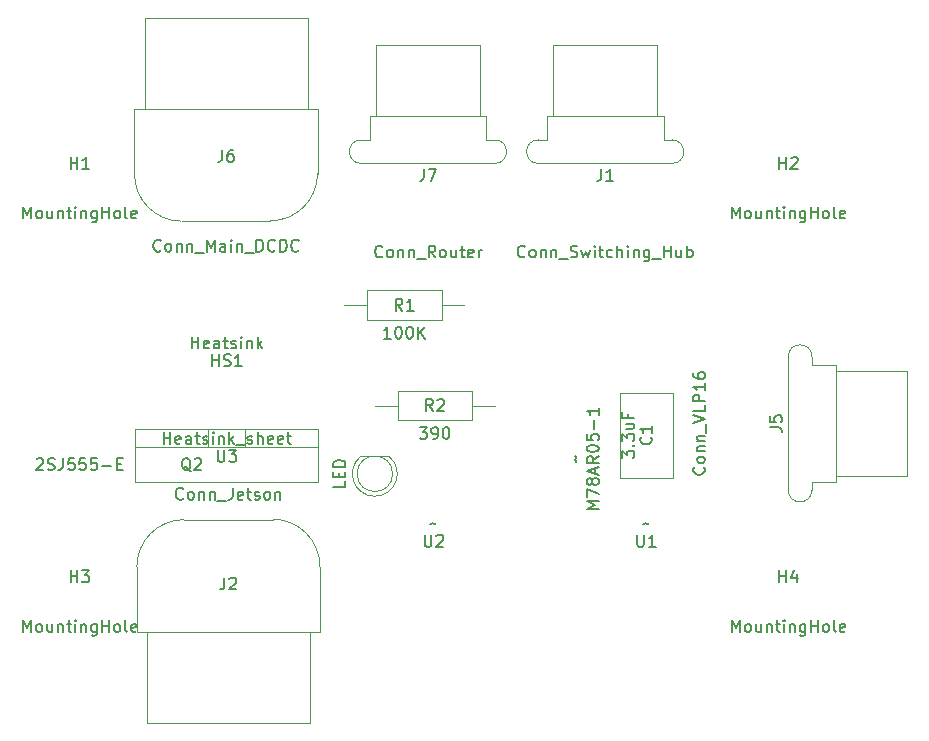
<source format=gbr>
%TF.GenerationSoftware,KiCad,Pcbnew,8.0.6-8.0.6-0~ubuntu22.04.1*%
%TF.CreationDate,2025-01-23T00:52:49+00:00*%
%TF.ProjectId,computer_sensor_board,636f6d70-7574-4657-925f-73656e736f72,rev?*%
%TF.SameCoordinates,Original*%
%TF.FileFunction,AssemblyDrawing,Top*%
%FSLAX46Y46*%
G04 Gerber Fmt 4.6, Leading zero omitted, Abs format (unit mm)*
G04 Created by KiCad (PCBNEW 8.0.6-8.0.6-0~ubuntu22.04.1) date 2025-01-23 00:52:49*
%MOMM*%
%LPD*%
G01*
G04 APERTURE LIST*
%ADD10C,0.150000*%
%ADD11C,0.100000*%
G04 APERTURE END LIST*
D10*
X201333333Y-64824819D02*
X200761905Y-64824819D01*
X201047619Y-64824819D02*
X201047619Y-63824819D01*
X201047619Y-63824819D02*
X200952381Y-63967676D01*
X200952381Y-63967676D02*
X200857143Y-64062914D01*
X200857143Y-64062914D02*
X200761905Y-64110533D01*
X201952381Y-63824819D02*
X202047619Y-63824819D01*
X202047619Y-63824819D02*
X202142857Y-63872438D01*
X202142857Y-63872438D02*
X202190476Y-63920057D01*
X202190476Y-63920057D02*
X202238095Y-64015295D01*
X202238095Y-64015295D02*
X202285714Y-64205771D01*
X202285714Y-64205771D02*
X202285714Y-64443866D01*
X202285714Y-64443866D02*
X202238095Y-64634342D01*
X202238095Y-64634342D02*
X202190476Y-64729580D01*
X202190476Y-64729580D02*
X202142857Y-64777200D01*
X202142857Y-64777200D02*
X202047619Y-64824819D01*
X202047619Y-64824819D02*
X201952381Y-64824819D01*
X201952381Y-64824819D02*
X201857143Y-64777200D01*
X201857143Y-64777200D02*
X201809524Y-64729580D01*
X201809524Y-64729580D02*
X201761905Y-64634342D01*
X201761905Y-64634342D02*
X201714286Y-64443866D01*
X201714286Y-64443866D02*
X201714286Y-64205771D01*
X201714286Y-64205771D02*
X201761905Y-64015295D01*
X201761905Y-64015295D02*
X201809524Y-63920057D01*
X201809524Y-63920057D02*
X201857143Y-63872438D01*
X201857143Y-63872438D02*
X201952381Y-63824819D01*
X202904762Y-63824819D02*
X203000000Y-63824819D01*
X203000000Y-63824819D02*
X203095238Y-63872438D01*
X203095238Y-63872438D02*
X203142857Y-63920057D01*
X203142857Y-63920057D02*
X203190476Y-64015295D01*
X203190476Y-64015295D02*
X203238095Y-64205771D01*
X203238095Y-64205771D02*
X203238095Y-64443866D01*
X203238095Y-64443866D02*
X203190476Y-64634342D01*
X203190476Y-64634342D02*
X203142857Y-64729580D01*
X203142857Y-64729580D02*
X203095238Y-64777200D01*
X203095238Y-64777200D02*
X203000000Y-64824819D01*
X203000000Y-64824819D02*
X202904762Y-64824819D01*
X202904762Y-64824819D02*
X202809524Y-64777200D01*
X202809524Y-64777200D02*
X202761905Y-64729580D01*
X202761905Y-64729580D02*
X202714286Y-64634342D01*
X202714286Y-64634342D02*
X202666667Y-64443866D01*
X202666667Y-64443866D02*
X202666667Y-64205771D01*
X202666667Y-64205771D02*
X202714286Y-64015295D01*
X202714286Y-64015295D02*
X202761905Y-63920057D01*
X202761905Y-63920057D02*
X202809524Y-63872438D01*
X202809524Y-63872438D02*
X202904762Y-63824819D01*
X203666667Y-64824819D02*
X203666667Y-63824819D01*
X204238095Y-64824819D02*
X203809524Y-64253390D01*
X204238095Y-63824819D02*
X203666667Y-64396247D01*
X202333333Y-62454819D02*
X202000000Y-61978628D01*
X201761905Y-62454819D02*
X201761905Y-61454819D01*
X201761905Y-61454819D02*
X202142857Y-61454819D01*
X202142857Y-61454819D02*
X202238095Y-61502438D01*
X202238095Y-61502438D02*
X202285714Y-61550057D01*
X202285714Y-61550057D02*
X202333333Y-61645295D01*
X202333333Y-61645295D02*
X202333333Y-61788152D01*
X202333333Y-61788152D02*
X202285714Y-61883390D01*
X202285714Y-61883390D02*
X202238095Y-61931009D01*
X202238095Y-61931009D02*
X202142857Y-61978628D01*
X202142857Y-61978628D02*
X201761905Y-61978628D01*
X203285714Y-62454819D02*
X202714286Y-62454819D01*
X203000000Y-62454819D02*
X203000000Y-61454819D01*
X203000000Y-61454819D02*
X202904762Y-61597676D01*
X202904762Y-61597676D02*
X202809524Y-61692914D01*
X202809524Y-61692914D02*
X202714286Y-61740533D01*
X170214285Y-54654819D02*
X170214285Y-53654819D01*
X170214285Y-53654819D02*
X170547618Y-54369104D01*
X170547618Y-54369104D02*
X170880951Y-53654819D01*
X170880951Y-53654819D02*
X170880951Y-54654819D01*
X171499999Y-54654819D02*
X171404761Y-54607200D01*
X171404761Y-54607200D02*
X171357142Y-54559580D01*
X171357142Y-54559580D02*
X171309523Y-54464342D01*
X171309523Y-54464342D02*
X171309523Y-54178628D01*
X171309523Y-54178628D02*
X171357142Y-54083390D01*
X171357142Y-54083390D02*
X171404761Y-54035771D01*
X171404761Y-54035771D02*
X171499999Y-53988152D01*
X171499999Y-53988152D02*
X171642856Y-53988152D01*
X171642856Y-53988152D02*
X171738094Y-54035771D01*
X171738094Y-54035771D02*
X171785713Y-54083390D01*
X171785713Y-54083390D02*
X171833332Y-54178628D01*
X171833332Y-54178628D02*
X171833332Y-54464342D01*
X171833332Y-54464342D02*
X171785713Y-54559580D01*
X171785713Y-54559580D02*
X171738094Y-54607200D01*
X171738094Y-54607200D02*
X171642856Y-54654819D01*
X171642856Y-54654819D02*
X171499999Y-54654819D01*
X172690475Y-53988152D02*
X172690475Y-54654819D01*
X172261904Y-53988152D02*
X172261904Y-54511961D01*
X172261904Y-54511961D02*
X172309523Y-54607200D01*
X172309523Y-54607200D02*
X172404761Y-54654819D01*
X172404761Y-54654819D02*
X172547618Y-54654819D01*
X172547618Y-54654819D02*
X172642856Y-54607200D01*
X172642856Y-54607200D02*
X172690475Y-54559580D01*
X173166666Y-53988152D02*
X173166666Y-54654819D01*
X173166666Y-54083390D02*
X173214285Y-54035771D01*
X173214285Y-54035771D02*
X173309523Y-53988152D01*
X173309523Y-53988152D02*
X173452380Y-53988152D01*
X173452380Y-53988152D02*
X173547618Y-54035771D01*
X173547618Y-54035771D02*
X173595237Y-54131009D01*
X173595237Y-54131009D02*
X173595237Y-54654819D01*
X173928571Y-53988152D02*
X174309523Y-53988152D01*
X174071428Y-53654819D02*
X174071428Y-54511961D01*
X174071428Y-54511961D02*
X174119047Y-54607200D01*
X174119047Y-54607200D02*
X174214285Y-54654819D01*
X174214285Y-54654819D02*
X174309523Y-54654819D01*
X174642857Y-54654819D02*
X174642857Y-53988152D01*
X174642857Y-53654819D02*
X174595238Y-53702438D01*
X174595238Y-53702438D02*
X174642857Y-53750057D01*
X174642857Y-53750057D02*
X174690476Y-53702438D01*
X174690476Y-53702438D02*
X174642857Y-53654819D01*
X174642857Y-53654819D02*
X174642857Y-53750057D01*
X175119047Y-53988152D02*
X175119047Y-54654819D01*
X175119047Y-54083390D02*
X175166666Y-54035771D01*
X175166666Y-54035771D02*
X175261904Y-53988152D01*
X175261904Y-53988152D02*
X175404761Y-53988152D01*
X175404761Y-53988152D02*
X175499999Y-54035771D01*
X175499999Y-54035771D02*
X175547618Y-54131009D01*
X175547618Y-54131009D02*
X175547618Y-54654819D01*
X176452380Y-53988152D02*
X176452380Y-54797676D01*
X176452380Y-54797676D02*
X176404761Y-54892914D01*
X176404761Y-54892914D02*
X176357142Y-54940533D01*
X176357142Y-54940533D02*
X176261904Y-54988152D01*
X176261904Y-54988152D02*
X176119047Y-54988152D01*
X176119047Y-54988152D02*
X176023809Y-54940533D01*
X176452380Y-54607200D02*
X176357142Y-54654819D01*
X176357142Y-54654819D02*
X176166666Y-54654819D01*
X176166666Y-54654819D02*
X176071428Y-54607200D01*
X176071428Y-54607200D02*
X176023809Y-54559580D01*
X176023809Y-54559580D02*
X175976190Y-54464342D01*
X175976190Y-54464342D02*
X175976190Y-54178628D01*
X175976190Y-54178628D02*
X176023809Y-54083390D01*
X176023809Y-54083390D02*
X176071428Y-54035771D01*
X176071428Y-54035771D02*
X176166666Y-53988152D01*
X176166666Y-53988152D02*
X176357142Y-53988152D01*
X176357142Y-53988152D02*
X176452380Y-54035771D01*
X176928571Y-54654819D02*
X176928571Y-53654819D01*
X176928571Y-54131009D02*
X177499999Y-54131009D01*
X177499999Y-54654819D02*
X177499999Y-53654819D01*
X178119047Y-54654819D02*
X178023809Y-54607200D01*
X178023809Y-54607200D02*
X177976190Y-54559580D01*
X177976190Y-54559580D02*
X177928571Y-54464342D01*
X177928571Y-54464342D02*
X177928571Y-54178628D01*
X177928571Y-54178628D02*
X177976190Y-54083390D01*
X177976190Y-54083390D02*
X178023809Y-54035771D01*
X178023809Y-54035771D02*
X178119047Y-53988152D01*
X178119047Y-53988152D02*
X178261904Y-53988152D01*
X178261904Y-53988152D02*
X178357142Y-54035771D01*
X178357142Y-54035771D02*
X178404761Y-54083390D01*
X178404761Y-54083390D02*
X178452380Y-54178628D01*
X178452380Y-54178628D02*
X178452380Y-54464342D01*
X178452380Y-54464342D02*
X178404761Y-54559580D01*
X178404761Y-54559580D02*
X178357142Y-54607200D01*
X178357142Y-54607200D02*
X178261904Y-54654819D01*
X178261904Y-54654819D02*
X178119047Y-54654819D01*
X179023809Y-54654819D02*
X178928571Y-54607200D01*
X178928571Y-54607200D02*
X178880952Y-54511961D01*
X178880952Y-54511961D02*
X178880952Y-53654819D01*
X179785714Y-54607200D02*
X179690476Y-54654819D01*
X179690476Y-54654819D02*
X179500000Y-54654819D01*
X179500000Y-54654819D02*
X179404762Y-54607200D01*
X179404762Y-54607200D02*
X179357143Y-54511961D01*
X179357143Y-54511961D02*
X179357143Y-54131009D01*
X179357143Y-54131009D02*
X179404762Y-54035771D01*
X179404762Y-54035771D02*
X179500000Y-53988152D01*
X179500000Y-53988152D02*
X179690476Y-53988152D01*
X179690476Y-53988152D02*
X179785714Y-54035771D01*
X179785714Y-54035771D02*
X179833333Y-54131009D01*
X179833333Y-54131009D02*
X179833333Y-54226247D01*
X179833333Y-54226247D02*
X179357143Y-54321485D01*
X174238095Y-50454819D02*
X174238095Y-49454819D01*
X174238095Y-49931009D02*
X174809523Y-49931009D01*
X174809523Y-50454819D02*
X174809523Y-49454819D01*
X175809523Y-50454819D02*
X175238095Y-50454819D01*
X175523809Y-50454819D02*
X175523809Y-49454819D01*
X175523809Y-49454819D02*
X175428571Y-49597676D01*
X175428571Y-49597676D02*
X175333333Y-49692914D01*
X175333333Y-49692914D02*
X175238095Y-49740533D01*
X197494819Y-76912857D02*
X197494819Y-77389047D01*
X197494819Y-77389047D02*
X196494819Y-77389047D01*
X196971009Y-76579523D02*
X196971009Y-76246190D01*
X197494819Y-76103333D02*
X197494819Y-76579523D01*
X197494819Y-76579523D02*
X196494819Y-76579523D01*
X196494819Y-76579523D02*
X196494819Y-76103333D01*
X197494819Y-75674761D02*
X196494819Y-75674761D01*
X196494819Y-75674761D02*
X196494819Y-75436666D01*
X196494819Y-75436666D02*
X196542438Y-75293809D01*
X196542438Y-75293809D02*
X196637676Y-75198571D01*
X196637676Y-75198571D02*
X196732914Y-75150952D01*
X196732914Y-75150952D02*
X196923390Y-75103333D01*
X196923390Y-75103333D02*
X197066247Y-75103333D01*
X197066247Y-75103333D02*
X197256723Y-75150952D01*
X197256723Y-75150952D02*
X197351961Y-75198571D01*
X197351961Y-75198571D02*
X197447200Y-75293809D01*
X197447200Y-75293809D02*
X197494819Y-75436666D01*
X197494819Y-75436666D02*
X197494819Y-75674761D01*
X182116666Y-73754819D02*
X182116666Y-72754819D01*
X182116666Y-73231009D02*
X182688094Y-73231009D01*
X182688094Y-73754819D02*
X182688094Y-72754819D01*
X183545237Y-73707200D02*
X183449999Y-73754819D01*
X183449999Y-73754819D02*
X183259523Y-73754819D01*
X183259523Y-73754819D02*
X183164285Y-73707200D01*
X183164285Y-73707200D02*
X183116666Y-73611961D01*
X183116666Y-73611961D02*
X183116666Y-73231009D01*
X183116666Y-73231009D02*
X183164285Y-73135771D01*
X183164285Y-73135771D02*
X183259523Y-73088152D01*
X183259523Y-73088152D02*
X183449999Y-73088152D01*
X183449999Y-73088152D02*
X183545237Y-73135771D01*
X183545237Y-73135771D02*
X183592856Y-73231009D01*
X183592856Y-73231009D02*
X183592856Y-73326247D01*
X183592856Y-73326247D02*
X183116666Y-73421485D01*
X184449999Y-73754819D02*
X184449999Y-73231009D01*
X184449999Y-73231009D02*
X184402380Y-73135771D01*
X184402380Y-73135771D02*
X184307142Y-73088152D01*
X184307142Y-73088152D02*
X184116666Y-73088152D01*
X184116666Y-73088152D02*
X184021428Y-73135771D01*
X184449999Y-73707200D02*
X184354761Y-73754819D01*
X184354761Y-73754819D02*
X184116666Y-73754819D01*
X184116666Y-73754819D02*
X184021428Y-73707200D01*
X184021428Y-73707200D02*
X183973809Y-73611961D01*
X183973809Y-73611961D02*
X183973809Y-73516723D01*
X183973809Y-73516723D02*
X184021428Y-73421485D01*
X184021428Y-73421485D02*
X184116666Y-73373866D01*
X184116666Y-73373866D02*
X184354761Y-73373866D01*
X184354761Y-73373866D02*
X184449999Y-73326247D01*
X184783333Y-73088152D02*
X185164285Y-73088152D01*
X184926190Y-72754819D02*
X184926190Y-73611961D01*
X184926190Y-73611961D02*
X184973809Y-73707200D01*
X184973809Y-73707200D02*
X185069047Y-73754819D01*
X185069047Y-73754819D02*
X185164285Y-73754819D01*
X185450000Y-73707200D02*
X185545238Y-73754819D01*
X185545238Y-73754819D02*
X185735714Y-73754819D01*
X185735714Y-73754819D02*
X185830952Y-73707200D01*
X185830952Y-73707200D02*
X185878571Y-73611961D01*
X185878571Y-73611961D02*
X185878571Y-73564342D01*
X185878571Y-73564342D02*
X185830952Y-73469104D01*
X185830952Y-73469104D02*
X185735714Y-73421485D01*
X185735714Y-73421485D02*
X185592857Y-73421485D01*
X185592857Y-73421485D02*
X185497619Y-73373866D01*
X185497619Y-73373866D02*
X185450000Y-73278628D01*
X185450000Y-73278628D02*
X185450000Y-73231009D01*
X185450000Y-73231009D02*
X185497619Y-73135771D01*
X185497619Y-73135771D02*
X185592857Y-73088152D01*
X185592857Y-73088152D02*
X185735714Y-73088152D01*
X185735714Y-73088152D02*
X185830952Y-73135771D01*
X186307143Y-73754819D02*
X186307143Y-73088152D01*
X186307143Y-72754819D02*
X186259524Y-72802438D01*
X186259524Y-72802438D02*
X186307143Y-72850057D01*
X186307143Y-72850057D02*
X186354762Y-72802438D01*
X186354762Y-72802438D02*
X186307143Y-72754819D01*
X186307143Y-72754819D02*
X186307143Y-72850057D01*
X186783333Y-73088152D02*
X186783333Y-73754819D01*
X186783333Y-73183390D02*
X186830952Y-73135771D01*
X186830952Y-73135771D02*
X186926190Y-73088152D01*
X186926190Y-73088152D02*
X187069047Y-73088152D01*
X187069047Y-73088152D02*
X187164285Y-73135771D01*
X187164285Y-73135771D02*
X187211904Y-73231009D01*
X187211904Y-73231009D02*
X187211904Y-73754819D01*
X187688095Y-73754819D02*
X187688095Y-72754819D01*
X187783333Y-73373866D02*
X188069047Y-73754819D01*
X188069047Y-73088152D02*
X187688095Y-73469104D01*
X188259524Y-73850057D02*
X189021428Y-73850057D01*
X189211905Y-73707200D02*
X189307143Y-73754819D01*
X189307143Y-73754819D02*
X189497619Y-73754819D01*
X189497619Y-73754819D02*
X189592857Y-73707200D01*
X189592857Y-73707200D02*
X189640476Y-73611961D01*
X189640476Y-73611961D02*
X189640476Y-73564342D01*
X189640476Y-73564342D02*
X189592857Y-73469104D01*
X189592857Y-73469104D02*
X189497619Y-73421485D01*
X189497619Y-73421485D02*
X189354762Y-73421485D01*
X189354762Y-73421485D02*
X189259524Y-73373866D01*
X189259524Y-73373866D02*
X189211905Y-73278628D01*
X189211905Y-73278628D02*
X189211905Y-73231009D01*
X189211905Y-73231009D02*
X189259524Y-73135771D01*
X189259524Y-73135771D02*
X189354762Y-73088152D01*
X189354762Y-73088152D02*
X189497619Y-73088152D01*
X189497619Y-73088152D02*
X189592857Y-73135771D01*
X190069048Y-73754819D02*
X190069048Y-72754819D01*
X190497619Y-73754819D02*
X190497619Y-73231009D01*
X190497619Y-73231009D02*
X190450000Y-73135771D01*
X190450000Y-73135771D02*
X190354762Y-73088152D01*
X190354762Y-73088152D02*
X190211905Y-73088152D01*
X190211905Y-73088152D02*
X190116667Y-73135771D01*
X190116667Y-73135771D02*
X190069048Y-73183390D01*
X191354762Y-73707200D02*
X191259524Y-73754819D01*
X191259524Y-73754819D02*
X191069048Y-73754819D01*
X191069048Y-73754819D02*
X190973810Y-73707200D01*
X190973810Y-73707200D02*
X190926191Y-73611961D01*
X190926191Y-73611961D02*
X190926191Y-73231009D01*
X190926191Y-73231009D02*
X190973810Y-73135771D01*
X190973810Y-73135771D02*
X191069048Y-73088152D01*
X191069048Y-73088152D02*
X191259524Y-73088152D01*
X191259524Y-73088152D02*
X191354762Y-73135771D01*
X191354762Y-73135771D02*
X191402381Y-73231009D01*
X191402381Y-73231009D02*
X191402381Y-73326247D01*
X191402381Y-73326247D02*
X190926191Y-73421485D01*
X192211905Y-73707200D02*
X192116667Y-73754819D01*
X192116667Y-73754819D02*
X191926191Y-73754819D01*
X191926191Y-73754819D02*
X191830953Y-73707200D01*
X191830953Y-73707200D02*
X191783334Y-73611961D01*
X191783334Y-73611961D02*
X191783334Y-73231009D01*
X191783334Y-73231009D02*
X191830953Y-73135771D01*
X191830953Y-73135771D02*
X191926191Y-73088152D01*
X191926191Y-73088152D02*
X192116667Y-73088152D01*
X192116667Y-73088152D02*
X192211905Y-73135771D01*
X192211905Y-73135771D02*
X192259524Y-73231009D01*
X192259524Y-73231009D02*
X192259524Y-73326247D01*
X192259524Y-73326247D02*
X191783334Y-73421485D01*
X192545239Y-73088152D02*
X192926191Y-73088152D01*
X192688096Y-72754819D02*
X192688096Y-73611961D01*
X192688096Y-73611961D02*
X192735715Y-73707200D01*
X192735715Y-73707200D02*
X192830953Y-73754819D01*
X192830953Y-73754819D02*
X192926191Y-73754819D01*
X186688095Y-74254819D02*
X186688095Y-75064342D01*
X186688095Y-75064342D02*
X186735714Y-75159580D01*
X186735714Y-75159580D02*
X186783333Y-75207200D01*
X186783333Y-75207200D02*
X186878571Y-75254819D01*
X186878571Y-75254819D02*
X187069047Y-75254819D01*
X187069047Y-75254819D02*
X187164285Y-75207200D01*
X187164285Y-75207200D02*
X187211904Y-75159580D01*
X187211904Y-75159580D02*
X187259523Y-75064342D01*
X187259523Y-75064342D02*
X187259523Y-74254819D01*
X187640476Y-74254819D02*
X188259523Y-74254819D01*
X188259523Y-74254819D02*
X187926190Y-74635771D01*
X187926190Y-74635771D02*
X188069047Y-74635771D01*
X188069047Y-74635771D02*
X188164285Y-74683390D01*
X188164285Y-74683390D02*
X188211904Y-74731009D01*
X188211904Y-74731009D02*
X188259523Y-74826247D01*
X188259523Y-74826247D02*
X188259523Y-75064342D01*
X188259523Y-75064342D02*
X188211904Y-75159580D01*
X188211904Y-75159580D02*
X188164285Y-75207200D01*
X188164285Y-75207200D02*
X188069047Y-75254819D01*
X188069047Y-75254819D02*
X187783333Y-75254819D01*
X187783333Y-75254819D02*
X187688095Y-75207200D01*
X187688095Y-75207200D02*
X187640476Y-75159580D01*
X184497619Y-65654819D02*
X184497619Y-64654819D01*
X184497619Y-65131009D02*
X185069047Y-65131009D01*
X185069047Y-65654819D02*
X185069047Y-64654819D01*
X185926190Y-65607200D02*
X185830952Y-65654819D01*
X185830952Y-65654819D02*
X185640476Y-65654819D01*
X185640476Y-65654819D02*
X185545238Y-65607200D01*
X185545238Y-65607200D02*
X185497619Y-65511961D01*
X185497619Y-65511961D02*
X185497619Y-65131009D01*
X185497619Y-65131009D02*
X185545238Y-65035771D01*
X185545238Y-65035771D02*
X185640476Y-64988152D01*
X185640476Y-64988152D02*
X185830952Y-64988152D01*
X185830952Y-64988152D02*
X185926190Y-65035771D01*
X185926190Y-65035771D02*
X185973809Y-65131009D01*
X185973809Y-65131009D02*
X185973809Y-65226247D01*
X185973809Y-65226247D02*
X185497619Y-65321485D01*
X186830952Y-65654819D02*
X186830952Y-65131009D01*
X186830952Y-65131009D02*
X186783333Y-65035771D01*
X186783333Y-65035771D02*
X186688095Y-64988152D01*
X186688095Y-64988152D02*
X186497619Y-64988152D01*
X186497619Y-64988152D02*
X186402381Y-65035771D01*
X186830952Y-65607200D02*
X186735714Y-65654819D01*
X186735714Y-65654819D02*
X186497619Y-65654819D01*
X186497619Y-65654819D02*
X186402381Y-65607200D01*
X186402381Y-65607200D02*
X186354762Y-65511961D01*
X186354762Y-65511961D02*
X186354762Y-65416723D01*
X186354762Y-65416723D02*
X186402381Y-65321485D01*
X186402381Y-65321485D02*
X186497619Y-65273866D01*
X186497619Y-65273866D02*
X186735714Y-65273866D01*
X186735714Y-65273866D02*
X186830952Y-65226247D01*
X187164286Y-64988152D02*
X187545238Y-64988152D01*
X187307143Y-64654819D02*
X187307143Y-65511961D01*
X187307143Y-65511961D02*
X187354762Y-65607200D01*
X187354762Y-65607200D02*
X187450000Y-65654819D01*
X187450000Y-65654819D02*
X187545238Y-65654819D01*
X187830953Y-65607200D02*
X187926191Y-65654819D01*
X187926191Y-65654819D02*
X188116667Y-65654819D01*
X188116667Y-65654819D02*
X188211905Y-65607200D01*
X188211905Y-65607200D02*
X188259524Y-65511961D01*
X188259524Y-65511961D02*
X188259524Y-65464342D01*
X188259524Y-65464342D02*
X188211905Y-65369104D01*
X188211905Y-65369104D02*
X188116667Y-65321485D01*
X188116667Y-65321485D02*
X187973810Y-65321485D01*
X187973810Y-65321485D02*
X187878572Y-65273866D01*
X187878572Y-65273866D02*
X187830953Y-65178628D01*
X187830953Y-65178628D02*
X187830953Y-65131009D01*
X187830953Y-65131009D02*
X187878572Y-65035771D01*
X187878572Y-65035771D02*
X187973810Y-64988152D01*
X187973810Y-64988152D02*
X188116667Y-64988152D01*
X188116667Y-64988152D02*
X188211905Y-65035771D01*
X188688096Y-65654819D02*
X188688096Y-64988152D01*
X188688096Y-64654819D02*
X188640477Y-64702438D01*
X188640477Y-64702438D02*
X188688096Y-64750057D01*
X188688096Y-64750057D02*
X188735715Y-64702438D01*
X188735715Y-64702438D02*
X188688096Y-64654819D01*
X188688096Y-64654819D02*
X188688096Y-64750057D01*
X189164286Y-64988152D02*
X189164286Y-65654819D01*
X189164286Y-65083390D02*
X189211905Y-65035771D01*
X189211905Y-65035771D02*
X189307143Y-64988152D01*
X189307143Y-64988152D02*
X189450000Y-64988152D01*
X189450000Y-64988152D02*
X189545238Y-65035771D01*
X189545238Y-65035771D02*
X189592857Y-65131009D01*
X189592857Y-65131009D02*
X189592857Y-65654819D01*
X190069048Y-65654819D02*
X190069048Y-64654819D01*
X190164286Y-65273866D02*
X190450000Y-65654819D01*
X190450000Y-64988152D02*
X190069048Y-65369104D01*
X186211905Y-67154819D02*
X186211905Y-66154819D01*
X186211905Y-66631009D02*
X186783333Y-66631009D01*
X186783333Y-67154819D02*
X186783333Y-66154819D01*
X187211905Y-67107200D02*
X187354762Y-67154819D01*
X187354762Y-67154819D02*
X187592857Y-67154819D01*
X187592857Y-67154819D02*
X187688095Y-67107200D01*
X187688095Y-67107200D02*
X187735714Y-67059580D01*
X187735714Y-67059580D02*
X187783333Y-66964342D01*
X187783333Y-66964342D02*
X187783333Y-66869104D01*
X187783333Y-66869104D02*
X187735714Y-66773866D01*
X187735714Y-66773866D02*
X187688095Y-66726247D01*
X187688095Y-66726247D02*
X187592857Y-66678628D01*
X187592857Y-66678628D02*
X187402381Y-66631009D01*
X187402381Y-66631009D02*
X187307143Y-66583390D01*
X187307143Y-66583390D02*
X187259524Y-66535771D01*
X187259524Y-66535771D02*
X187211905Y-66440533D01*
X187211905Y-66440533D02*
X187211905Y-66345295D01*
X187211905Y-66345295D02*
X187259524Y-66250057D01*
X187259524Y-66250057D02*
X187307143Y-66202438D01*
X187307143Y-66202438D02*
X187402381Y-66154819D01*
X187402381Y-66154819D02*
X187640476Y-66154819D01*
X187640476Y-66154819D02*
X187783333Y-66202438D01*
X188735714Y-67154819D02*
X188164286Y-67154819D01*
X188450000Y-67154819D02*
X188450000Y-66154819D01*
X188450000Y-66154819D02*
X188354762Y-66297676D01*
X188354762Y-66297676D02*
X188259524Y-66392914D01*
X188259524Y-66392914D02*
X188164286Y-66440533D01*
X230214285Y-54654819D02*
X230214285Y-53654819D01*
X230214285Y-53654819D02*
X230547618Y-54369104D01*
X230547618Y-54369104D02*
X230880951Y-53654819D01*
X230880951Y-53654819D02*
X230880951Y-54654819D01*
X231499999Y-54654819D02*
X231404761Y-54607200D01*
X231404761Y-54607200D02*
X231357142Y-54559580D01*
X231357142Y-54559580D02*
X231309523Y-54464342D01*
X231309523Y-54464342D02*
X231309523Y-54178628D01*
X231309523Y-54178628D02*
X231357142Y-54083390D01*
X231357142Y-54083390D02*
X231404761Y-54035771D01*
X231404761Y-54035771D02*
X231499999Y-53988152D01*
X231499999Y-53988152D02*
X231642856Y-53988152D01*
X231642856Y-53988152D02*
X231738094Y-54035771D01*
X231738094Y-54035771D02*
X231785713Y-54083390D01*
X231785713Y-54083390D02*
X231833332Y-54178628D01*
X231833332Y-54178628D02*
X231833332Y-54464342D01*
X231833332Y-54464342D02*
X231785713Y-54559580D01*
X231785713Y-54559580D02*
X231738094Y-54607200D01*
X231738094Y-54607200D02*
X231642856Y-54654819D01*
X231642856Y-54654819D02*
X231499999Y-54654819D01*
X232690475Y-53988152D02*
X232690475Y-54654819D01*
X232261904Y-53988152D02*
X232261904Y-54511961D01*
X232261904Y-54511961D02*
X232309523Y-54607200D01*
X232309523Y-54607200D02*
X232404761Y-54654819D01*
X232404761Y-54654819D02*
X232547618Y-54654819D01*
X232547618Y-54654819D02*
X232642856Y-54607200D01*
X232642856Y-54607200D02*
X232690475Y-54559580D01*
X233166666Y-53988152D02*
X233166666Y-54654819D01*
X233166666Y-54083390D02*
X233214285Y-54035771D01*
X233214285Y-54035771D02*
X233309523Y-53988152D01*
X233309523Y-53988152D02*
X233452380Y-53988152D01*
X233452380Y-53988152D02*
X233547618Y-54035771D01*
X233547618Y-54035771D02*
X233595237Y-54131009D01*
X233595237Y-54131009D02*
X233595237Y-54654819D01*
X233928571Y-53988152D02*
X234309523Y-53988152D01*
X234071428Y-53654819D02*
X234071428Y-54511961D01*
X234071428Y-54511961D02*
X234119047Y-54607200D01*
X234119047Y-54607200D02*
X234214285Y-54654819D01*
X234214285Y-54654819D02*
X234309523Y-54654819D01*
X234642857Y-54654819D02*
X234642857Y-53988152D01*
X234642857Y-53654819D02*
X234595238Y-53702438D01*
X234595238Y-53702438D02*
X234642857Y-53750057D01*
X234642857Y-53750057D02*
X234690476Y-53702438D01*
X234690476Y-53702438D02*
X234642857Y-53654819D01*
X234642857Y-53654819D02*
X234642857Y-53750057D01*
X235119047Y-53988152D02*
X235119047Y-54654819D01*
X235119047Y-54083390D02*
X235166666Y-54035771D01*
X235166666Y-54035771D02*
X235261904Y-53988152D01*
X235261904Y-53988152D02*
X235404761Y-53988152D01*
X235404761Y-53988152D02*
X235499999Y-54035771D01*
X235499999Y-54035771D02*
X235547618Y-54131009D01*
X235547618Y-54131009D02*
X235547618Y-54654819D01*
X236452380Y-53988152D02*
X236452380Y-54797676D01*
X236452380Y-54797676D02*
X236404761Y-54892914D01*
X236404761Y-54892914D02*
X236357142Y-54940533D01*
X236357142Y-54940533D02*
X236261904Y-54988152D01*
X236261904Y-54988152D02*
X236119047Y-54988152D01*
X236119047Y-54988152D02*
X236023809Y-54940533D01*
X236452380Y-54607200D02*
X236357142Y-54654819D01*
X236357142Y-54654819D02*
X236166666Y-54654819D01*
X236166666Y-54654819D02*
X236071428Y-54607200D01*
X236071428Y-54607200D02*
X236023809Y-54559580D01*
X236023809Y-54559580D02*
X235976190Y-54464342D01*
X235976190Y-54464342D02*
X235976190Y-54178628D01*
X235976190Y-54178628D02*
X236023809Y-54083390D01*
X236023809Y-54083390D02*
X236071428Y-54035771D01*
X236071428Y-54035771D02*
X236166666Y-53988152D01*
X236166666Y-53988152D02*
X236357142Y-53988152D01*
X236357142Y-53988152D02*
X236452380Y-54035771D01*
X236928571Y-54654819D02*
X236928571Y-53654819D01*
X236928571Y-54131009D02*
X237499999Y-54131009D01*
X237499999Y-54654819D02*
X237499999Y-53654819D01*
X238119047Y-54654819D02*
X238023809Y-54607200D01*
X238023809Y-54607200D02*
X237976190Y-54559580D01*
X237976190Y-54559580D02*
X237928571Y-54464342D01*
X237928571Y-54464342D02*
X237928571Y-54178628D01*
X237928571Y-54178628D02*
X237976190Y-54083390D01*
X237976190Y-54083390D02*
X238023809Y-54035771D01*
X238023809Y-54035771D02*
X238119047Y-53988152D01*
X238119047Y-53988152D02*
X238261904Y-53988152D01*
X238261904Y-53988152D02*
X238357142Y-54035771D01*
X238357142Y-54035771D02*
X238404761Y-54083390D01*
X238404761Y-54083390D02*
X238452380Y-54178628D01*
X238452380Y-54178628D02*
X238452380Y-54464342D01*
X238452380Y-54464342D02*
X238404761Y-54559580D01*
X238404761Y-54559580D02*
X238357142Y-54607200D01*
X238357142Y-54607200D02*
X238261904Y-54654819D01*
X238261904Y-54654819D02*
X238119047Y-54654819D01*
X239023809Y-54654819D02*
X238928571Y-54607200D01*
X238928571Y-54607200D02*
X238880952Y-54511961D01*
X238880952Y-54511961D02*
X238880952Y-53654819D01*
X239785714Y-54607200D02*
X239690476Y-54654819D01*
X239690476Y-54654819D02*
X239500000Y-54654819D01*
X239500000Y-54654819D02*
X239404762Y-54607200D01*
X239404762Y-54607200D02*
X239357143Y-54511961D01*
X239357143Y-54511961D02*
X239357143Y-54131009D01*
X239357143Y-54131009D02*
X239404762Y-54035771D01*
X239404762Y-54035771D02*
X239500000Y-53988152D01*
X239500000Y-53988152D02*
X239690476Y-53988152D01*
X239690476Y-53988152D02*
X239785714Y-54035771D01*
X239785714Y-54035771D02*
X239833333Y-54131009D01*
X239833333Y-54131009D02*
X239833333Y-54226247D01*
X239833333Y-54226247D02*
X239357143Y-54321485D01*
X234238095Y-50454819D02*
X234238095Y-49454819D01*
X234238095Y-49931009D02*
X234809523Y-49931009D01*
X234809523Y-50454819D02*
X234809523Y-49454819D01*
X235238095Y-49550057D02*
X235285714Y-49502438D01*
X235285714Y-49502438D02*
X235380952Y-49454819D01*
X235380952Y-49454819D02*
X235619047Y-49454819D01*
X235619047Y-49454819D02*
X235714285Y-49502438D01*
X235714285Y-49502438D02*
X235761904Y-49550057D01*
X235761904Y-49550057D02*
X235809523Y-49645295D01*
X235809523Y-49645295D02*
X235809523Y-49740533D01*
X235809523Y-49740533D02*
X235761904Y-49883390D01*
X235761904Y-49883390D02*
X235190476Y-50454819D01*
X235190476Y-50454819D02*
X235809523Y-50454819D01*
X200642856Y-57859580D02*
X200595237Y-57907200D01*
X200595237Y-57907200D02*
X200452380Y-57954819D01*
X200452380Y-57954819D02*
X200357142Y-57954819D01*
X200357142Y-57954819D02*
X200214285Y-57907200D01*
X200214285Y-57907200D02*
X200119047Y-57811961D01*
X200119047Y-57811961D02*
X200071428Y-57716723D01*
X200071428Y-57716723D02*
X200023809Y-57526247D01*
X200023809Y-57526247D02*
X200023809Y-57383390D01*
X200023809Y-57383390D02*
X200071428Y-57192914D01*
X200071428Y-57192914D02*
X200119047Y-57097676D01*
X200119047Y-57097676D02*
X200214285Y-57002438D01*
X200214285Y-57002438D02*
X200357142Y-56954819D01*
X200357142Y-56954819D02*
X200452380Y-56954819D01*
X200452380Y-56954819D02*
X200595237Y-57002438D01*
X200595237Y-57002438D02*
X200642856Y-57050057D01*
X201214285Y-57954819D02*
X201119047Y-57907200D01*
X201119047Y-57907200D02*
X201071428Y-57859580D01*
X201071428Y-57859580D02*
X201023809Y-57764342D01*
X201023809Y-57764342D02*
X201023809Y-57478628D01*
X201023809Y-57478628D02*
X201071428Y-57383390D01*
X201071428Y-57383390D02*
X201119047Y-57335771D01*
X201119047Y-57335771D02*
X201214285Y-57288152D01*
X201214285Y-57288152D02*
X201357142Y-57288152D01*
X201357142Y-57288152D02*
X201452380Y-57335771D01*
X201452380Y-57335771D02*
X201499999Y-57383390D01*
X201499999Y-57383390D02*
X201547618Y-57478628D01*
X201547618Y-57478628D02*
X201547618Y-57764342D01*
X201547618Y-57764342D02*
X201499999Y-57859580D01*
X201499999Y-57859580D02*
X201452380Y-57907200D01*
X201452380Y-57907200D02*
X201357142Y-57954819D01*
X201357142Y-57954819D02*
X201214285Y-57954819D01*
X201976190Y-57288152D02*
X201976190Y-57954819D01*
X201976190Y-57383390D02*
X202023809Y-57335771D01*
X202023809Y-57335771D02*
X202119047Y-57288152D01*
X202119047Y-57288152D02*
X202261904Y-57288152D01*
X202261904Y-57288152D02*
X202357142Y-57335771D01*
X202357142Y-57335771D02*
X202404761Y-57431009D01*
X202404761Y-57431009D02*
X202404761Y-57954819D01*
X202880952Y-57288152D02*
X202880952Y-57954819D01*
X202880952Y-57383390D02*
X202928571Y-57335771D01*
X202928571Y-57335771D02*
X203023809Y-57288152D01*
X203023809Y-57288152D02*
X203166666Y-57288152D01*
X203166666Y-57288152D02*
X203261904Y-57335771D01*
X203261904Y-57335771D02*
X203309523Y-57431009D01*
X203309523Y-57431009D02*
X203309523Y-57954819D01*
X203547619Y-58050057D02*
X204309523Y-58050057D01*
X205119047Y-57954819D02*
X204785714Y-57478628D01*
X204547619Y-57954819D02*
X204547619Y-56954819D01*
X204547619Y-56954819D02*
X204928571Y-56954819D01*
X204928571Y-56954819D02*
X205023809Y-57002438D01*
X205023809Y-57002438D02*
X205071428Y-57050057D01*
X205071428Y-57050057D02*
X205119047Y-57145295D01*
X205119047Y-57145295D02*
X205119047Y-57288152D01*
X205119047Y-57288152D02*
X205071428Y-57383390D01*
X205071428Y-57383390D02*
X205023809Y-57431009D01*
X205023809Y-57431009D02*
X204928571Y-57478628D01*
X204928571Y-57478628D02*
X204547619Y-57478628D01*
X205690476Y-57954819D02*
X205595238Y-57907200D01*
X205595238Y-57907200D02*
X205547619Y-57859580D01*
X205547619Y-57859580D02*
X205500000Y-57764342D01*
X205500000Y-57764342D02*
X205500000Y-57478628D01*
X205500000Y-57478628D02*
X205547619Y-57383390D01*
X205547619Y-57383390D02*
X205595238Y-57335771D01*
X205595238Y-57335771D02*
X205690476Y-57288152D01*
X205690476Y-57288152D02*
X205833333Y-57288152D01*
X205833333Y-57288152D02*
X205928571Y-57335771D01*
X205928571Y-57335771D02*
X205976190Y-57383390D01*
X205976190Y-57383390D02*
X206023809Y-57478628D01*
X206023809Y-57478628D02*
X206023809Y-57764342D01*
X206023809Y-57764342D02*
X205976190Y-57859580D01*
X205976190Y-57859580D02*
X205928571Y-57907200D01*
X205928571Y-57907200D02*
X205833333Y-57954819D01*
X205833333Y-57954819D02*
X205690476Y-57954819D01*
X206880952Y-57288152D02*
X206880952Y-57954819D01*
X206452381Y-57288152D02*
X206452381Y-57811961D01*
X206452381Y-57811961D02*
X206500000Y-57907200D01*
X206500000Y-57907200D02*
X206595238Y-57954819D01*
X206595238Y-57954819D02*
X206738095Y-57954819D01*
X206738095Y-57954819D02*
X206833333Y-57907200D01*
X206833333Y-57907200D02*
X206880952Y-57859580D01*
X207214286Y-57288152D02*
X207595238Y-57288152D01*
X207357143Y-56954819D02*
X207357143Y-57811961D01*
X207357143Y-57811961D02*
X207404762Y-57907200D01*
X207404762Y-57907200D02*
X207500000Y-57954819D01*
X207500000Y-57954819D02*
X207595238Y-57954819D01*
X208309524Y-57907200D02*
X208214286Y-57954819D01*
X208214286Y-57954819D02*
X208023810Y-57954819D01*
X208023810Y-57954819D02*
X207928572Y-57907200D01*
X207928572Y-57907200D02*
X207880953Y-57811961D01*
X207880953Y-57811961D02*
X207880953Y-57431009D01*
X207880953Y-57431009D02*
X207928572Y-57335771D01*
X207928572Y-57335771D02*
X208023810Y-57288152D01*
X208023810Y-57288152D02*
X208214286Y-57288152D01*
X208214286Y-57288152D02*
X208309524Y-57335771D01*
X208309524Y-57335771D02*
X208357143Y-57431009D01*
X208357143Y-57431009D02*
X208357143Y-57526247D01*
X208357143Y-57526247D02*
X207880953Y-57621485D01*
X208785715Y-57954819D02*
X208785715Y-57288152D01*
X208785715Y-57478628D02*
X208833334Y-57383390D01*
X208833334Y-57383390D02*
X208880953Y-57335771D01*
X208880953Y-57335771D02*
X208976191Y-57288152D01*
X208976191Y-57288152D02*
X209071429Y-57288152D01*
X204166666Y-50454819D02*
X204166666Y-51169104D01*
X204166666Y-51169104D02*
X204119047Y-51311961D01*
X204119047Y-51311961D02*
X204023809Y-51407200D01*
X204023809Y-51407200D02*
X203880952Y-51454819D01*
X203880952Y-51454819D02*
X203785714Y-51454819D01*
X204547619Y-50454819D02*
X205214285Y-50454819D01*
X205214285Y-50454819D02*
X204785714Y-51454819D01*
X217073866Y-75261904D02*
X217026247Y-75214285D01*
X217026247Y-75214285D02*
X216978628Y-75119047D01*
X216978628Y-75119047D02*
X217073866Y-74928571D01*
X217073866Y-74928571D02*
X217026247Y-74833333D01*
X217026247Y-74833333D02*
X216978628Y-74785714D01*
X218954819Y-79261904D02*
X217954819Y-79261904D01*
X217954819Y-79261904D02*
X218669104Y-78928571D01*
X218669104Y-78928571D02*
X217954819Y-78595238D01*
X217954819Y-78595238D02*
X218954819Y-78595238D01*
X217954819Y-78214285D02*
X217954819Y-77547619D01*
X217954819Y-77547619D02*
X218954819Y-77976190D01*
X218383390Y-77023809D02*
X218335771Y-77119047D01*
X218335771Y-77119047D02*
X218288152Y-77166666D01*
X218288152Y-77166666D02*
X218192914Y-77214285D01*
X218192914Y-77214285D02*
X218145295Y-77214285D01*
X218145295Y-77214285D02*
X218050057Y-77166666D01*
X218050057Y-77166666D02*
X218002438Y-77119047D01*
X218002438Y-77119047D02*
X217954819Y-77023809D01*
X217954819Y-77023809D02*
X217954819Y-76833333D01*
X217954819Y-76833333D02*
X218002438Y-76738095D01*
X218002438Y-76738095D02*
X218050057Y-76690476D01*
X218050057Y-76690476D02*
X218145295Y-76642857D01*
X218145295Y-76642857D02*
X218192914Y-76642857D01*
X218192914Y-76642857D02*
X218288152Y-76690476D01*
X218288152Y-76690476D02*
X218335771Y-76738095D01*
X218335771Y-76738095D02*
X218383390Y-76833333D01*
X218383390Y-76833333D02*
X218383390Y-77023809D01*
X218383390Y-77023809D02*
X218431009Y-77119047D01*
X218431009Y-77119047D02*
X218478628Y-77166666D01*
X218478628Y-77166666D02*
X218573866Y-77214285D01*
X218573866Y-77214285D02*
X218764342Y-77214285D01*
X218764342Y-77214285D02*
X218859580Y-77166666D01*
X218859580Y-77166666D02*
X218907200Y-77119047D01*
X218907200Y-77119047D02*
X218954819Y-77023809D01*
X218954819Y-77023809D02*
X218954819Y-76833333D01*
X218954819Y-76833333D02*
X218907200Y-76738095D01*
X218907200Y-76738095D02*
X218859580Y-76690476D01*
X218859580Y-76690476D02*
X218764342Y-76642857D01*
X218764342Y-76642857D02*
X218573866Y-76642857D01*
X218573866Y-76642857D02*
X218478628Y-76690476D01*
X218478628Y-76690476D02*
X218431009Y-76738095D01*
X218431009Y-76738095D02*
X218383390Y-76833333D01*
X218669104Y-76261904D02*
X218669104Y-75785714D01*
X218954819Y-76357142D02*
X217954819Y-76023809D01*
X217954819Y-76023809D02*
X218954819Y-75690476D01*
X218954819Y-74785714D02*
X218478628Y-75119047D01*
X218954819Y-75357142D02*
X217954819Y-75357142D01*
X217954819Y-75357142D02*
X217954819Y-74976190D01*
X217954819Y-74976190D02*
X218002438Y-74880952D01*
X218002438Y-74880952D02*
X218050057Y-74833333D01*
X218050057Y-74833333D02*
X218145295Y-74785714D01*
X218145295Y-74785714D02*
X218288152Y-74785714D01*
X218288152Y-74785714D02*
X218383390Y-74833333D01*
X218383390Y-74833333D02*
X218431009Y-74880952D01*
X218431009Y-74880952D02*
X218478628Y-74976190D01*
X218478628Y-74976190D02*
X218478628Y-75357142D01*
X217954819Y-74166666D02*
X217954819Y-74071428D01*
X217954819Y-74071428D02*
X218002438Y-73976190D01*
X218002438Y-73976190D02*
X218050057Y-73928571D01*
X218050057Y-73928571D02*
X218145295Y-73880952D01*
X218145295Y-73880952D02*
X218335771Y-73833333D01*
X218335771Y-73833333D02*
X218573866Y-73833333D01*
X218573866Y-73833333D02*
X218764342Y-73880952D01*
X218764342Y-73880952D02*
X218859580Y-73928571D01*
X218859580Y-73928571D02*
X218907200Y-73976190D01*
X218907200Y-73976190D02*
X218954819Y-74071428D01*
X218954819Y-74071428D02*
X218954819Y-74166666D01*
X218954819Y-74166666D02*
X218907200Y-74261904D01*
X218907200Y-74261904D02*
X218859580Y-74309523D01*
X218859580Y-74309523D02*
X218764342Y-74357142D01*
X218764342Y-74357142D02*
X218573866Y-74404761D01*
X218573866Y-74404761D02*
X218335771Y-74404761D01*
X218335771Y-74404761D02*
X218145295Y-74357142D01*
X218145295Y-74357142D02*
X218050057Y-74309523D01*
X218050057Y-74309523D02*
X218002438Y-74261904D01*
X218002438Y-74261904D02*
X217954819Y-74166666D01*
X217954819Y-72928571D02*
X217954819Y-73404761D01*
X217954819Y-73404761D02*
X218431009Y-73452380D01*
X218431009Y-73452380D02*
X218383390Y-73404761D01*
X218383390Y-73404761D02*
X218335771Y-73309523D01*
X218335771Y-73309523D02*
X218335771Y-73071428D01*
X218335771Y-73071428D02*
X218383390Y-72976190D01*
X218383390Y-72976190D02*
X218431009Y-72928571D01*
X218431009Y-72928571D02*
X218526247Y-72880952D01*
X218526247Y-72880952D02*
X218764342Y-72880952D01*
X218764342Y-72880952D02*
X218859580Y-72928571D01*
X218859580Y-72928571D02*
X218907200Y-72976190D01*
X218907200Y-72976190D02*
X218954819Y-73071428D01*
X218954819Y-73071428D02*
X218954819Y-73309523D01*
X218954819Y-73309523D02*
X218907200Y-73404761D01*
X218907200Y-73404761D02*
X218859580Y-73452380D01*
X218573866Y-72452380D02*
X218573866Y-71690476D01*
X218954819Y-70690476D02*
X218954819Y-71261904D01*
X218954819Y-70976190D02*
X217954819Y-70976190D01*
X217954819Y-70976190D02*
X218097676Y-71071428D01*
X218097676Y-71071428D02*
X218192914Y-71166666D01*
X218192914Y-71166666D02*
X218240533Y-71261904D01*
X204708095Y-80563866D02*
X204755714Y-80516247D01*
X204755714Y-80516247D02*
X204850952Y-80468628D01*
X204850952Y-80468628D02*
X205041428Y-80563866D01*
X205041428Y-80563866D02*
X205136666Y-80516247D01*
X205136666Y-80516247D02*
X205184285Y-80468628D01*
X204208095Y-81444819D02*
X204208095Y-82254342D01*
X204208095Y-82254342D02*
X204255714Y-82349580D01*
X204255714Y-82349580D02*
X204303333Y-82397200D01*
X204303333Y-82397200D02*
X204398571Y-82444819D01*
X204398571Y-82444819D02*
X204589047Y-82444819D01*
X204589047Y-82444819D02*
X204684285Y-82397200D01*
X204684285Y-82397200D02*
X204731904Y-82349580D01*
X204731904Y-82349580D02*
X204779523Y-82254342D01*
X204779523Y-82254342D02*
X204779523Y-81444819D01*
X205208095Y-81540057D02*
X205255714Y-81492438D01*
X205255714Y-81492438D02*
X205350952Y-81444819D01*
X205350952Y-81444819D02*
X205589047Y-81444819D01*
X205589047Y-81444819D02*
X205684285Y-81492438D01*
X205684285Y-81492438D02*
X205731904Y-81540057D01*
X205731904Y-81540057D02*
X205779523Y-81635295D01*
X205779523Y-81635295D02*
X205779523Y-81730533D01*
X205779523Y-81730533D02*
X205731904Y-81873390D01*
X205731904Y-81873390D02*
X205160476Y-82444819D01*
X205160476Y-82444819D02*
X205779523Y-82444819D01*
X203794286Y-72324819D02*
X204413333Y-72324819D01*
X204413333Y-72324819D02*
X204080000Y-72705771D01*
X204080000Y-72705771D02*
X204222857Y-72705771D01*
X204222857Y-72705771D02*
X204318095Y-72753390D01*
X204318095Y-72753390D02*
X204365714Y-72801009D01*
X204365714Y-72801009D02*
X204413333Y-72896247D01*
X204413333Y-72896247D02*
X204413333Y-73134342D01*
X204413333Y-73134342D02*
X204365714Y-73229580D01*
X204365714Y-73229580D02*
X204318095Y-73277200D01*
X204318095Y-73277200D02*
X204222857Y-73324819D01*
X204222857Y-73324819D02*
X203937143Y-73324819D01*
X203937143Y-73324819D02*
X203841905Y-73277200D01*
X203841905Y-73277200D02*
X203794286Y-73229580D01*
X204889524Y-73324819D02*
X205080000Y-73324819D01*
X205080000Y-73324819D02*
X205175238Y-73277200D01*
X205175238Y-73277200D02*
X205222857Y-73229580D01*
X205222857Y-73229580D02*
X205318095Y-73086723D01*
X205318095Y-73086723D02*
X205365714Y-72896247D01*
X205365714Y-72896247D02*
X205365714Y-72515295D01*
X205365714Y-72515295D02*
X205318095Y-72420057D01*
X205318095Y-72420057D02*
X205270476Y-72372438D01*
X205270476Y-72372438D02*
X205175238Y-72324819D01*
X205175238Y-72324819D02*
X204984762Y-72324819D01*
X204984762Y-72324819D02*
X204889524Y-72372438D01*
X204889524Y-72372438D02*
X204841905Y-72420057D01*
X204841905Y-72420057D02*
X204794286Y-72515295D01*
X204794286Y-72515295D02*
X204794286Y-72753390D01*
X204794286Y-72753390D02*
X204841905Y-72848628D01*
X204841905Y-72848628D02*
X204889524Y-72896247D01*
X204889524Y-72896247D02*
X204984762Y-72943866D01*
X204984762Y-72943866D02*
X205175238Y-72943866D01*
X205175238Y-72943866D02*
X205270476Y-72896247D01*
X205270476Y-72896247D02*
X205318095Y-72848628D01*
X205318095Y-72848628D02*
X205365714Y-72753390D01*
X205984762Y-72324819D02*
X206080000Y-72324819D01*
X206080000Y-72324819D02*
X206175238Y-72372438D01*
X206175238Y-72372438D02*
X206222857Y-72420057D01*
X206222857Y-72420057D02*
X206270476Y-72515295D01*
X206270476Y-72515295D02*
X206318095Y-72705771D01*
X206318095Y-72705771D02*
X206318095Y-72943866D01*
X206318095Y-72943866D02*
X206270476Y-73134342D01*
X206270476Y-73134342D02*
X206222857Y-73229580D01*
X206222857Y-73229580D02*
X206175238Y-73277200D01*
X206175238Y-73277200D02*
X206080000Y-73324819D01*
X206080000Y-73324819D02*
X205984762Y-73324819D01*
X205984762Y-73324819D02*
X205889524Y-73277200D01*
X205889524Y-73277200D02*
X205841905Y-73229580D01*
X205841905Y-73229580D02*
X205794286Y-73134342D01*
X205794286Y-73134342D02*
X205746667Y-72943866D01*
X205746667Y-72943866D02*
X205746667Y-72705771D01*
X205746667Y-72705771D02*
X205794286Y-72515295D01*
X205794286Y-72515295D02*
X205841905Y-72420057D01*
X205841905Y-72420057D02*
X205889524Y-72372438D01*
X205889524Y-72372438D02*
X205984762Y-72324819D01*
X204913333Y-70954819D02*
X204580000Y-70478628D01*
X204341905Y-70954819D02*
X204341905Y-69954819D01*
X204341905Y-69954819D02*
X204722857Y-69954819D01*
X204722857Y-69954819D02*
X204818095Y-70002438D01*
X204818095Y-70002438D02*
X204865714Y-70050057D01*
X204865714Y-70050057D02*
X204913333Y-70145295D01*
X204913333Y-70145295D02*
X204913333Y-70288152D01*
X204913333Y-70288152D02*
X204865714Y-70383390D01*
X204865714Y-70383390D02*
X204818095Y-70431009D01*
X204818095Y-70431009D02*
X204722857Y-70478628D01*
X204722857Y-70478628D02*
X204341905Y-70478628D01*
X205294286Y-70050057D02*
X205341905Y-70002438D01*
X205341905Y-70002438D02*
X205437143Y-69954819D01*
X205437143Y-69954819D02*
X205675238Y-69954819D01*
X205675238Y-69954819D02*
X205770476Y-70002438D01*
X205770476Y-70002438D02*
X205818095Y-70050057D01*
X205818095Y-70050057D02*
X205865714Y-70145295D01*
X205865714Y-70145295D02*
X205865714Y-70240533D01*
X205865714Y-70240533D02*
X205818095Y-70383390D01*
X205818095Y-70383390D02*
X205246667Y-70954819D01*
X205246667Y-70954819D02*
X205865714Y-70954819D01*
X170214285Y-89654819D02*
X170214285Y-88654819D01*
X170214285Y-88654819D02*
X170547618Y-89369104D01*
X170547618Y-89369104D02*
X170880951Y-88654819D01*
X170880951Y-88654819D02*
X170880951Y-89654819D01*
X171499999Y-89654819D02*
X171404761Y-89607200D01*
X171404761Y-89607200D02*
X171357142Y-89559580D01*
X171357142Y-89559580D02*
X171309523Y-89464342D01*
X171309523Y-89464342D02*
X171309523Y-89178628D01*
X171309523Y-89178628D02*
X171357142Y-89083390D01*
X171357142Y-89083390D02*
X171404761Y-89035771D01*
X171404761Y-89035771D02*
X171499999Y-88988152D01*
X171499999Y-88988152D02*
X171642856Y-88988152D01*
X171642856Y-88988152D02*
X171738094Y-89035771D01*
X171738094Y-89035771D02*
X171785713Y-89083390D01*
X171785713Y-89083390D02*
X171833332Y-89178628D01*
X171833332Y-89178628D02*
X171833332Y-89464342D01*
X171833332Y-89464342D02*
X171785713Y-89559580D01*
X171785713Y-89559580D02*
X171738094Y-89607200D01*
X171738094Y-89607200D02*
X171642856Y-89654819D01*
X171642856Y-89654819D02*
X171499999Y-89654819D01*
X172690475Y-88988152D02*
X172690475Y-89654819D01*
X172261904Y-88988152D02*
X172261904Y-89511961D01*
X172261904Y-89511961D02*
X172309523Y-89607200D01*
X172309523Y-89607200D02*
X172404761Y-89654819D01*
X172404761Y-89654819D02*
X172547618Y-89654819D01*
X172547618Y-89654819D02*
X172642856Y-89607200D01*
X172642856Y-89607200D02*
X172690475Y-89559580D01*
X173166666Y-88988152D02*
X173166666Y-89654819D01*
X173166666Y-89083390D02*
X173214285Y-89035771D01*
X173214285Y-89035771D02*
X173309523Y-88988152D01*
X173309523Y-88988152D02*
X173452380Y-88988152D01*
X173452380Y-88988152D02*
X173547618Y-89035771D01*
X173547618Y-89035771D02*
X173595237Y-89131009D01*
X173595237Y-89131009D02*
X173595237Y-89654819D01*
X173928571Y-88988152D02*
X174309523Y-88988152D01*
X174071428Y-88654819D02*
X174071428Y-89511961D01*
X174071428Y-89511961D02*
X174119047Y-89607200D01*
X174119047Y-89607200D02*
X174214285Y-89654819D01*
X174214285Y-89654819D02*
X174309523Y-89654819D01*
X174642857Y-89654819D02*
X174642857Y-88988152D01*
X174642857Y-88654819D02*
X174595238Y-88702438D01*
X174595238Y-88702438D02*
X174642857Y-88750057D01*
X174642857Y-88750057D02*
X174690476Y-88702438D01*
X174690476Y-88702438D02*
X174642857Y-88654819D01*
X174642857Y-88654819D02*
X174642857Y-88750057D01*
X175119047Y-88988152D02*
X175119047Y-89654819D01*
X175119047Y-89083390D02*
X175166666Y-89035771D01*
X175166666Y-89035771D02*
X175261904Y-88988152D01*
X175261904Y-88988152D02*
X175404761Y-88988152D01*
X175404761Y-88988152D02*
X175499999Y-89035771D01*
X175499999Y-89035771D02*
X175547618Y-89131009D01*
X175547618Y-89131009D02*
X175547618Y-89654819D01*
X176452380Y-88988152D02*
X176452380Y-89797676D01*
X176452380Y-89797676D02*
X176404761Y-89892914D01*
X176404761Y-89892914D02*
X176357142Y-89940533D01*
X176357142Y-89940533D02*
X176261904Y-89988152D01*
X176261904Y-89988152D02*
X176119047Y-89988152D01*
X176119047Y-89988152D02*
X176023809Y-89940533D01*
X176452380Y-89607200D02*
X176357142Y-89654819D01*
X176357142Y-89654819D02*
X176166666Y-89654819D01*
X176166666Y-89654819D02*
X176071428Y-89607200D01*
X176071428Y-89607200D02*
X176023809Y-89559580D01*
X176023809Y-89559580D02*
X175976190Y-89464342D01*
X175976190Y-89464342D02*
X175976190Y-89178628D01*
X175976190Y-89178628D02*
X176023809Y-89083390D01*
X176023809Y-89083390D02*
X176071428Y-89035771D01*
X176071428Y-89035771D02*
X176166666Y-88988152D01*
X176166666Y-88988152D02*
X176357142Y-88988152D01*
X176357142Y-88988152D02*
X176452380Y-89035771D01*
X176928571Y-89654819D02*
X176928571Y-88654819D01*
X176928571Y-89131009D02*
X177499999Y-89131009D01*
X177499999Y-89654819D02*
X177499999Y-88654819D01*
X178119047Y-89654819D02*
X178023809Y-89607200D01*
X178023809Y-89607200D02*
X177976190Y-89559580D01*
X177976190Y-89559580D02*
X177928571Y-89464342D01*
X177928571Y-89464342D02*
X177928571Y-89178628D01*
X177928571Y-89178628D02*
X177976190Y-89083390D01*
X177976190Y-89083390D02*
X178023809Y-89035771D01*
X178023809Y-89035771D02*
X178119047Y-88988152D01*
X178119047Y-88988152D02*
X178261904Y-88988152D01*
X178261904Y-88988152D02*
X178357142Y-89035771D01*
X178357142Y-89035771D02*
X178404761Y-89083390D01*
X178404761Y-89083390D02*
X178452380Y-89178628D01*
X178452380Y-89178628D02*
X178452380Y-89464342D01*
X178452380Y-89464342D02*
X178404761Y-89559580D01*
X178404761Y-89559580D02*
X178357142Y-89607200D01*
X178357142Y-89607200D02*
X178261904Y-89654819D01*
X178261904Y-89654819D02*
X178119047Y-89654819D01*
X179023809Y-89654819D02*
X178928571Y-89607200D01*
X178928571Y-89607200D02*
X178880952Y-89511961D01*
X178880952Y-89511961D02*
X178880952Y-88654819D01*
X179785714Y-89607200D02*
X179690476Y-89654819D01*
X179690476Y-89654819D02*
X179500000Y-89654819D01*
X179500000Y-89654819D02*
X179404762Y-89607200D01*
X179404762Y-89607200D02*
X179357143Y-89511961D01*
X179357143Y-89511961D02*
X179357143Y-89131009D01*
X179357143Y-89131009D02*
X179404762Y-89035771D01*
X179404762Y-89035771D02*
X179500000Y-88988152D01*
X179500000Y-88988152D02*
X179690476Y-88988152D01*
X179690476Y-88988152D02*
X179785714Y-89035771D01*
X179785714Y-89035771D02*
X179833333Y-89131009D01*
X179833333Y-89131009D02*
X179833333Y-89226247D01*
X179833333Y-89226247D02*
X179357143Y-89321485D01*
X174238095Y-85454819D02*
X174238095Y-84454819D01*
X174238095Y-84931009D02*
X174809523Y-84931009D01*
X174809523Y-85454819D02*
X174809523Y-84454819D01*
X175190476Y-84454819D02*
X175809523Y-84454819D01*
X175809523Y-84454819D02*
X175476190Y-84835771D01*
X175476190Y-84835771D02*
X175619047Y-84835771D01*
X175619047Y-84835771D02*
X175714285Y-84883390D01*
X175714285Y-84883390D02*
X175761904Y-84931009D01*
X175761904Y-84931009D02*
X175809523Y-85026247D01*
X175809523Y-85026247D02*
X175809523Y-85264342D01*
X175809523Y-85264342D02*
X175761904Y-85359580D01*
X175761904Y-85359580D02*
X175714285Y-85407200D01*
X175714285Y-85407200D02*
X175619047Y-85454819D01*
X175619047Y-85454819D02*
X175333333Y-85454819D01*
X175333333Y-85454819D02*
X175238095Y-85407200D01*
X175238095Y-85407200D02*
X175190476Y-85359580D01*
X212714285Y-57859580D02*
X212666666Y-57907200D01*
X212666666Y-57907200D02*
X212523809Y-57954819D01*
X212523809Y-57954819D02*
X212428571Y-57954819D01*
X212428571Y-57954819D02*
X212285714Y-57907200D01*
X212285714Y-57907200D02*
X212190476Y-57811961D01*
X212190476Y-57811961D02*
X212142857Y-57716723D01*
X212142857Y-57716723D02*
X212095238Y-57526247D01*
X212095238Y-57526247D02*
X212095238Y-57383390D01*
X212095238Y-57383390D02*
X212142857Y-57192914D01*
X212142857Y-57192914D02*
X212190476Y-57097676D01*
X212190476Y-57097676D02*
X212285714Y-57002438D01*
X212285714Y-57002438D02*
X212428571Y-56954819D01*
X212428571Y-56954819D02*
X212523809Y-56954819D01*
X212523809Y-56954819D02*
X212666666Y-57002438D01*
X212666666Y-57002438D02*
X212714285Y-57050057D01*
X213285714Y-57954819D02*
X213190476Y-57907200D01*
X213190476Y-57907200D02*
X213142857Y-57859580D01*
X213142857Y-57859580D02*
X213095238Y-57764342D01*
X213095238Y-57764342D02*
X213095238Y-57478628D01*
X213095238Y-57478628D02*
X213142857Y-57383390D01*
X213142857Y-57383390D02*
X213190476Y-57335771D01*
X213190476Y-57335771D02*
X213285714Y-57288152D01*
X213285714Y-57288152D02*
X213428571Y-57288152D01*
X213428571Y-57288152D02*
X213523809Y-57335771D01*
X213523809Y-57335771D02*
X213571428Y-57383390D01*
X213571428Y-57383390D02*
X213619047Y-57478628D01*
X213619047Y-57478628D02*
X213619047Y-57764342D01*
X213619047Y-57764342D02*
X213571428Y-57859580D01*
X213571428Y-57859580D02*
X213523809Y-57907200D01*
X213523809Y-57907200D02*
X213428571Y-57954819D01*
X213428571Y-57954819D02*
X213285714Y-57954819D01*
X214047619Y-57288152D02*
X214047619Y-57954819D01*
X214047619Y-57383390D02*
X214095238Y-57335771D01*
X214095238Y-57335771D02*
X214190476Y-57288152D01*
X214190476Y-57288152D02*
X214333333Y-57288152D01*
X214333333Y-57288152D02*
X214428571Y-57335771D01*
X214428571Y-57335771D02*
X214476190Y-57431009D01*
X214476190Y-57431009D02*
X214476190Y-57954819D01*
X214952381Y-57288152D02*
X214952381Y-57954819D01*
X214952381Y-57383390D02*
X215000000Y-57335771D01*
X215000000Y-57335771D02*
X215095238Y-57288152D01*
X215095238Y-57288152D02*
X215238095Y-57288152D01*
X215238095Y-57288152D02*
X215333333Y-57335771D01*
X215333333Y-57335771D02*
X215380952Y-57431009D01*
X215380952Y-57431009D02*
X215380952Y-57954819D01*
X215619048Y-58050057D02*
X216380952Y-58050057D01*
X216571429Y-57907200D02*
X216714286Y-57954819D01*
X216714286Y-57954819D02*
X216952381Y-57954819D01*
X216952381Y-57954819D02*
X217047619Y-57907200D01*
X217047619Y-57907200D02*
X217095238Y-57859580D01*
X217095238Y-57859580D02*
X217142857Y-57764342D01*
X217142857Y-57764342D02*
X217142857Y-57669104D01*
X217142857Y-57669104D02*
X217095238Y-57573866D01*
X217095238Y-57573866D02*
X217047619Y-57526247D01*
X217047619Y-57526247D02*
X216952381Y-57478628D01*
X216952381Y-57478628D02*
X216761905Y-57431009D01*
X216761905Y-57431009D02*
X216666667Y-57383390D01*
X216666667Y-57383390D02*
X216619048Y-57335771D01*
X216619048Y-57335771D02*
X216571429Y-57240533D01*
X216571429Y-57240533D02*
X216571429Y-57145295D01*
X216571429Y-57145295D02*
X216619048Y-57050057D01*
X216619048Y-57050057D02*
X216666667Y-57002438D01*
X216666667Y-57002438D02*
X216761905Y-56954819D01*
X216761905Y-56954819D02*
X217000000Y-56954819D01*
X217000000Y-56954819D02*
X217142857Y-57002438D01*
X217476191Y-57288152D02*
X217666667Y-57954819D01*
X217666667Y-57954819D02*
X217857143Y-57478628D01*
X217857143Y-57478628D02*
X218047619Y-57954819D01*
X218047619Y-57954819D02*
X218238095Y-57288152D01*
X218619048Y-57954819D02*
X218619048Y-57288152D01*
X218619048Y-56954819D02*
X218571429Y-57002438D01*
X218571429Y-57002438D02*
X218619048Y-57050057D01*
X218619048Y-57050057D02*
X218666667Y-57002438D01*
X218666667Y-57002438D02*
X218619048Y-56954819D01*
X218619048Y-56954819D02*
X218619048Y-57050057D01*
X218952381Y-57288152D02*
X219333333Y-57288152D01*
X219095238Y-56954819D02*
X219095238Y-57811961D01*
X219095238Y-57811961D02*
X219142857Y-57907200D01*
X219142857Y-57907200D02*
X219238095Y-57954819D01*
X219238095Y-57954819D02*
X219333333Y-57954819D01*
X220095238Y-57907200D02*
X220000000Y-57954819D01*
X220000000Y-57954819D02*
X219809524Y-57954819D01*
X219809524Y-57954819D02*
X219714286Y-57907200D01*
X219714286Y-57907200D02*
X219666667Y-57859580D01*
X219666667Y-57859580D02*
X219619048Y-57764342D01*
X219619048Y-57764342D02*
X219619048Y-57478628D01*
X219619048Y-57478628D02*
X219666667Y-57383390D01*
X219666667Y-57383390D02*
X219714286Y-57335771D01*
X219714286Y-57335771D02*
X219809524Y-57288152D01*
X219809524Y-57288152D02*
X220000000Y-57288152D01*
X220000000Y-57288152D02*
X220095238Y-57335771D01*
X220523810Y-57954819D02*
X220523810Y-56954819D01*
X220952381Y-57954819D02*
X220952381Y-57431009D01*
X220952381Y-57431009D02*
X220904762Y-57335771D01*
X220904762Y-57335771D02*
X220809524Y-57288152D01*
X220809524Y-57288152D02*
X220666667Y-57288152D01*
X220666667Y-57288152D02*
X220571429Y-57335771D01*
X220571429Y-57335771D02*
X220523810Y-57383390D01*
X221428572Y-57954819D02*
X221428572Y-57288152D01*
X221428572Y-56954819D02*
X221380953Y-57002438D01*
X221380953Y-57002438D02*
X221428572Y-57050057D01*
X221428572Y-57050057D02*
X221476191Y-57002438D01*
X221476191Y-57002438D02*
X221428572Y-56954819D01*
X221428572Y-56954819D02*
X221428572Y-57050057D01*
X221904762Y-57288152D02*
X221904762Y-57954819D01*
X221904762Y-57383390D02*
X221952381Y-57335771D01*
X221952381Y-57335771D02*
X222047619Y-57288152D01*
X222047619Y-57288152D02*
X222190476Y-57288152D01*
X222190476Y-57288152D02*
X222285714Y-57335771D01*
X222285714Y-57335771D02*
X222333333Y-57431009D01*
X222333333Y-57431009D02*
X222333333Y-57954819D01*
X223238095Y-57288152D02*
X223238095Y-58097676D01*
X223238095Y-58097676D02*
X223190476Y-58192914D01*
X223190476Y-58192914D02*
X223142857Y-58240533D01*
X223142857Y-58240533D02*
X223047619Y-58288152D01*
X223047619Y-58288152D02*
X222904762Y-58288152D01*
X222904762Y-58288152D02*
X222809524Y-58240533D01*
X223238095Y-57907200D02*
X223142857Y-57954819D01*
X223142857Y-57954819D02*
X222952381Y-57954819D01*
X222952381Y-57954819D02*
X222857143Y-57907200D01*
X222857143Y-57907200D02*
X222809524Y-57859580D01*
X222809524Y-57859580D02*
X222761905Y-57764342D01*
X222761905Y-57764342D02*
X222761905Y-57478628D01*
X222761905Y-57478628D02*
X222809524Y-57383390D01*
X222809524Y-57383390D02*
X222857143Y-57335771D01*
X222857143Y-57335771D02*
X222952381Y-57288152D01*
X222952381Y-57288152D02*
X223142857Y-57288152D01*
X223142857Y-57288152D02*
X223238095Y-57335771D01*
X223476191Y-58050057D02*
X224238095Y-58050057D01*
X224476191Y-57954819D02*
X224476191Y-56954819D01*
X224476191Y-57431009D02*
X225047619Y-57431009D01*
X225047619Y-57954819D02*
X225047619Y-56954819D01*
X225952381Y-57288152D02*
X225952381Y-57954819D01*
X225523810Y-57288152D02*
X225523810Y-57811961D01*
X225523810Y-57811961D02*
X225571429Y-57907200D01*
X225571429Y-57907200D02*
X225666667Y-57954819D01*
X225666667Y-57954819D02*
X225809524Y-57954819D01*
X225809524Y-57954819D02*
X225904762Y-57907200D01*
X225904762Y-57907200D02*
X225952381Y-57859580D01*
X226428572Y-57954819D02*
X226428572Y-56954819D01*
X226428572Y-57335771D02*
X226523810Y-57288152D01*
X226523810Y-57288152D02*
X226714286Y-57288152D01*
X226714286Y-57288152D02*
X226809524Y-57335771D01*
X226809524Y-57335771D02*
X226857143Y-57383390D01*
X226857143Y-57383390D02*
X226904762Y-57478628D01*
X226904762Y-57478628D02*
X226904762Y-57764342D01*
X226904762Y-57764342D02*
X226857143Y-57859580D01*
X226857143Y-57859580D02*
X226809524Y-57907200D01*
X226809524Y-57907200D02*
X226714286Y-57954819D01*
X226714286Y-57954819D02*
X226523810Y-57954819D01*
X226523810Y-57954819D02*
X226428572Y-57907200D01*
X219166666Y-50454819D02*
X219166666Y-51169104D01*
X219166666Y-51169104D02*
X219119047Y-51311961D01*
X219119047Y-51311961D02*
X219023809Y-51407200D01*
X219023809Y-51407200D02*
X218880952Y-51454819D01*
X218880952Y-51454819D02*
X218785714Y-51454819D01*
X220166666Y-51454819D02*
X219595238Y-51454819D01*
X219880952Y-51454819D02*
X219880952Y-50454819D01*
X219880952Y-50454819D02*
X219785714Y-50597676D01*
X219785714Y-50597676D02*
X219690476Y-50692914D01*
X219690476Y-50692914D02*
X219595238Y-50740533D01*
X222708095Y-80563866D02*
X222755714Y-80516247D01*
X222755714Y-80516247D02*
X222850952Y-80468628D01*
X222850952Y-80468628D02*
X223041428Y-80563866D01*
X223041428Y-80563866D02*
X223136666Y-80516247D01*
X223136666Y-80516247D02*
X223184285Y-80468628D01*
X222208095Y-81444819D02*
X222208095Y-82254342D01*
X222208095Y-82254342D02*
X222255714Y-82349580D01*
X222255714Y-82349580D02*
X222303333Y-82397200D01*
X222303333Y-82397200D02*
X222398571Y-82444819D01*
X222398571Y-82444819D02*
X222589047Y-82444819D01*
X222589047Y-82444819D02*
X222684285Y-82397200D01*
X222684285Y-82397200D02*
X222731904Y-82349580D01*
X222731904Y-82349580D02*
X222779523Y-82254342D01*
X222779523Y-82254342D02*
X222779523Y-81444819D01*
X223779523Y-82444819D02*
X223208095Y-82444819D01*
X223493809Y-82444819D02*
X223493809Y-81444819D01*
X223493809Y-81444819D02*
X223398571Y-81587676D01*
X223398571Y-81587676D02*
X223303333Y-81682914D01*
X223303333Y-81682914D02*
X223208095Y-81730533D01*
X227859580Y-75714286D02*
X227907200Y-75761905D01*
X227907200Y-75761905D02*
X227954819Y-75904762D01*
X227954819Y-75904762D02*
X227954819Y-76000000D01*
X227954819Y-76000000D02*
X227907200Y-76142857D01*
X227907200Y-76142857D02*
X227811961Y-76238095D01*
X227811961Y-76238095D02*
X227716723Y-76285714D01*
X227716723Y-76285714D02*
X227526247Y-76333333D01*
X227526247Y-76333333D02*
X227383390Y-76333333D01*
X227383390Y-76333333D02*
X227192914Y-76285714D01*
X227192914Y-76285714D02*
X227097676Y-76238095D01*
X227097676Y-76238095D02*
X227002438Y-76142857D01*
X227002438Y-76142857D02*
X226954819Y-76000000D01*
X226954819Y-76000000D02*
X226954819Y-75904762D01*
X226954819Y-75904762D02*
X227002438Y-75761905D01*
X227002438Y-75761905D02*
X227050057Y-75714286D01*
X227954819Y-75142857D02*
X227907200Y-75238095D01*
X227907200Y-75238095D02*
X227859580Y-75285714D01*
X227859580Y-75285714D02*
X227764342Y-75333333D01*
X227764342Y-75333333D02*
X227478628Y-75333333D01*
X227478628Y-75333333D02*
X227383390Y-75285714D01*
X227383390Y-75285714D02*
X227335771Y-75238095D01*
X227335771Y-75238095D02*
X227288152Y-75142857D01*
X227288152Y-75142857D02*
X227288152Y-75000000D01*
X227288152Y-75000000D02*
X227335771Y-74904762D01*
X227335771Y-74904762D02*
X227383390Y-74857143D01*
X227383390Y-74857143D02*
X227478628Y-74809524D01*
X227478628Y-74809524D02*
X227764342Y-74809524D01*
X227764342Y-74809524D02*
X227859580Y-74857143D01*
X227859580Y-74857143D02*
X227907200Y-74904762D01*
X227907200Y-74904762D02*
X227954819Y-75000000D01*
X227954819Y-75000000D02*
X227954819Y-75142857D01*
X227288152Y-74380952D02*
X227954819Y-74380952D01*
X227383390Y-74380952D02*
X227335771Y-74333333D01*
X227335771Y-74333333D02*
X227288152Y-74238095D01*
X227288152Y-74238095D02*
X227288152Y-74095238D01*
X227288152Y-74095238D02*
X227335771Y-74000000D01*
X227335771Y-74000000D02*
X227431009Y-73952381D01*
X227431009Y-73952381D02*
X227954819Y-73952381D01*
X227288152Y-73476190D02*
X227954819Y-73476190D01*
X227383390Y-73476190D02*
X227335771Y-73428571D01*
X227335771Y-73428571D02*
X227288152Y-73333333D01*
X227288152Y-73333333D02*
X227288152Y-73190476D01*
X227288152Y-73190476D02*
X227335771Y-73095238D01*
X227335771Y-73095238D02*
X227431009Y-73047619D01*
X227431009Y-73047619D02*
X227954819Y-73047619D01*
X228050057Y-72809524D02*
X228050057Y-72047619D01*
X226954819Y-71952380D02*
X227954819Y-71619047D01*
X227954819Y-71619047D02*
X226954819Y-71285714D01*
X227954819Y-70476190D02*
X227954819Y-70952380D01*
X227954819Y-70952380D02*
X226954819Y-70952380D01*
X227954819Y-70142856D02*
X226954819Y-70142856D01*
X226954819Y-70142856D02*
X226954819Y-69761904D01*
X226954819Y-69761904D02*
X227002438Y-69666666D01*
X227002438Y-69666666D02*
X227050057Y-69619047D01*
X227050057Y-69619047D02*
X227145295Y-69571428D01*
X227145295Y-69571428D02*
X227288152Y-69571428D01*
X227288152Y-69571428D02*
X227383390Y-69619047D01*
X227383390Y-69619047D02*
X227431009Y-69666666D01*
X227431009Y-69666666D02*
X227478628Y-69761904D01*
X227478628Y-69761904D02*
X227478628Y-70142856D01*
X227954819Y-68619047D02*
X227954819Y-69190475D01*
X227954819Y-68904761D02*
X226954819Y-68904761D01*
X226954819Y-68904761D02*
X227097676Y-68999999D01*
X227097676Y-68999999D02*
X227192914Y-69095237D01*
X227192914Y-69095237D02*
X227240533Y-69190475D01*
X226954819Y-67761904D02*
X226954819Y-67952380D01*
X226954819Y-67952380D02*
X227002438Y-68047618D01*
X227002438Y-68047618D02*
X227050057Y-68095237D01*
X227050057Y-68095237D02*
X227192914Y-68190475D01*
X227192914Y-68190475D02*
X227383390Y-68238094D01*
X227383390Y-68238094D02*
X227764342Y-68238094D01*
X227764342Y-68238094D02*
X227859580Y-68190475D01*
X227859580Y-68190475D02*
X227907200Y-68142856D01*
X227907200Y-68142856D02*
X227954819Y-68047618D01*
X227954819Y-68047618D02*
X227954819Y-67857142D01*
X227954819Y-67857142D02*
X227907200Y-67761904D01*
X227907200Y-67761904D02*
X227859580Y-67714285D01*
X227859580Y-67714285D02*
X227764342Y-67666666D01*
X227764342Y-67666666D02*
X227526247Y-67666666D01*
X227526247Y-67666666D02*
X227431009Y-67714285D01*
X227431009Y-67714285D02*
X227383390Y-67761904D01*
X227383390Y-67761904D02*
X227335771Y-67857142D01*
X227335771Y-67857142D02*
X227335771Y-68047618D01*
X227335771Y-68047618D02*
X227383390Y-68142856D01*
X227383390Y-68142856D02*
X227431009Y-68190475D01*
X227431009Y-68190475D02*
X227526247Y-68238094D01*
X233454819Y-72333333D02*
X234169104Y-72333333D01*
X234169104Y-72333333D02*
X234311961Y-72380952D01*
X234311961Y-72380952D02*
X234407200Y-72476190D01*
X234407200Y-72476190D02*
X234454819Y-72619047D01*
X234454819Y-72619047D02*
X234454819Y-72714285D01*
X233454819Y-71380952D02*
X233454819Y-71857142D01*
X233454819Y-71857142D02*
X233931009Y-71904761D01*
X233931009Y-71904761D02*
X233883390Y-71857142D01*
X233883390Y-71857142D02*
X233835771Y-71761904D01*
X233835771Y-71761904D02*
X233835771Y-71523809D01*
X233835771Y-71523809D02*
X233883390Y-71428571D01*
X233883390Y-71428571D02*
X233931009Y-71380952D01*
X233931009Y-71380952D02*
X234026247Y-71333333D01*
X234026247Y-71333333D02*
X234264342Y-71333333D01*
X234264342Y-71333333D02*
X234359580Y-71380952D01*
X234359580Y-71380952D02*
X234407200Y-71428571D01*
X234407200Y-71428571D02*
X234454819Y-71523809D01*
X234454819Y-71523809D02*
X234454819Y-71761904D01*
X234454819Y-71761904D02*
X234407200Y-71857142D01*
X234407200Y-71857142D02*
X234359580Y-71904761D01*
X171357143Y-75050057D02*
X171404762Y-75002438D01*
X171404762Y-75002438D02*
X171500000Y-74954819D01*
X171500000Y-74954819D02*
X171738095Y-74954819D01*
X171738095Y-74954819D02*
X171833333Y-75002438D01*
X171833333Y-75002438D02*
X171880952Y-75050057D01*
X171880952Y-75050057D02*
X171928571Y-75145295D01*
X171928571Y-75145295D02*
X171928571Y-75240533D01*
X171928571Y-75240533D02*
X171880952Y-75383390D01*
X171880952Y-75383390D02*
X171309524Y-75954819D01*
X171309524Y-75954819D02*
X171928571Y-75954819D01*
X172309524Y-75907200D02*
X172452381Y-75954819D01*
X172452381Y-75954819D02*
X172690476Y-75954819D01*
X172690476Y-75954819D02*
X172785714Y-75907200D01*
X172785714Y-75907200D02*
X172833333Y-75859580D01*
X172833333Y-75859580D02*
X172880952Y-75764342D01*
X172880952Y-75764342D02*
X172880952Y-75669104D01*
X172880952Y-75669104D02*
X172833333Y-75573866D01*
X172833333Y-75573866D02*
X172785714Y-75526247D01*
X172785714Y-75526247D02*
X172690476Y-75478628D01*
X172690476Y-75478628D02*
X172500000Y-75431009D01*
X172500000Y-75431009D02*
X172404762Y-75383390D01*
X172404762Y-75383390D02*
X172357143Y-75335771D01*
X172357143Y-75335771D02*
X172309524Y-75240533D01*
X172309524Y-75240533D02*
X172309524Y-75145295D01*
X172309524Y-75145295D02*
X172357143Y-75050057D01*
X172357143Y-75050057D02*
X172404762Y-75002438D01*
X172404762Y-75002438D02*
X172500000Y-74954819D01*
X172500000Y-74954819D02*
X172738095Y-74954819D01*
X172738095Y-74954819D02*
X172880952Y-75002438D01*
X173595238Y-74954819D02*
X173595238Y-75669104D01*
X173595238Y-75669104D02*
X173547619Y-75811961D01*
X173547619Y-75811961D02*
X173452381Y-75907200D01*
X173452381Y-75907200D02*
X173309524Y-75954819D01*
X173309524Y-75954819D02*
X173214286Y-75954819D01*
X174547619Y-74954819D02*
X174071429Y-74954819D01*
X174071429Y-74954819D02*
X174023810Y-75431009D01*
X174023810Y-75431009D02*
X174071429Y-75383390D01*
X174071429Y-75383390D02*
X174166667Y-75335771D01*
X174166667Y-75335771D02*
X174404762Y-75335771D01*
X174404762Y-75335771D02*
X174500000Y-75383390D01*
X174500000Y-75383390D02*
X174547619Y-75431009D01*
X174547619Y-75431009D02*
X174595238Y-75526247D01*
X174595238Y-75526247D02*
X174595238Y-75764342D01*
X174595238Y-75764342D02*
X174547619Y-75859580D01*
X174547619Y-75859580D02*
X174500000Y-75907200D01*
X174500000Y-75907200D02*
X174404762Y-75954819D01*
X174404762Y-75954819D02*
X174166667Y-75954819D01*
X174166667Y-75954819D02*
X174071429Y-75907200D01*
X174071429Y-75907200D02*
X174023810Y-75859580D01*
X175500000Y-74954819D02*
X175023810Y-74954819D01*
X175023810Y-74954819D02*
X174976191Y-75431009D01*
X174976191Y-75431009D02*
X175023810Y-75383390D01*
X175023810Y-75383390D02*
X175119048Y-75335771D01*
X175119048Y-75335771D02*
X175357143Y-75335771D01*
X175357143Y-75335771D02*
X175452381Y-75383390D01*
X175452381Y-75383390D02*
X175500000Y-75431009D01*
X175500000Y-75431009D02*
X175547619Y-75526247D01*
X175547619Y-75526247D02*
X175547619Y-75764342D01*
X175547619Y-75764342D02*
X175500000Y-75859580D01*
X175500000Y-75859580D02*
X175452381Y-75907200D01*
X175452381Y-75907200D02*
X175357143Y-75954819D01*
X175357143Y-75954819D02*
X175119048Y-75954819D01*
X175119048Y-75954819D02*
X175023810Y-75907200D01*
X175023810Y-75907200D02*
X174976191Y-75859580D01*
X176452381Y-74954819D02*
X175976191Y-74954819D01*
X175976191Y-74954819D02*
X175928572Y-75431009D01*
X175928572Y-75431009D02*
X175976191Y-75383390D01*
X175976191Y-75383390D02*
X176071429Y-75335771D01*
X176071429Y-75335771D02*
X176309524Y-75335771D01*
X176309524Y-75335771D02*
X176404762Y-75383390D01*
X176404762Y-75383390D02*
X176452381Y-75431009D01*
X176452381Y-75431009D02*
X176500000Y-75526247D01*
X176500000Y-75526247D02*
X176500000Y-75764342D01*
X176500000Y-75764342D02*
X176452381Y-75859580D01*
X176452381Y-75859580D02*
X176404762Y-75907200D01*
X176404762Y-75907200D02*
X176309524Y-75954819D01*
X176309524Y-75954819D02*
X176071429Y-75954819D01*
X176071429Y-75954819D02*
X175976191Y-75907200D01*
X175976191Y-75907200D02*
X175928572Y-75859580D01*
X176928572Y-75573866D02*
X177690477Y-75573866D01*
X178166667Y-75431009D02*
X178500000Y-75431009D01*
X178642857Y-75954819D02*
X178166667Y-75954819D01*
X178166667Y-75954819D02*
X178166667Y-74954819D01*
X178166667Y-74954819D02*
X178642857Y-74954819D01*
X184404761Y-76050057D02*
X184309523Y-76002438D01*
X184309523Y-76002438D02*
X184214285Y-75907200D01*
X184214285Y-75907200D02*
X184071428Y-75764342D01*
X184071428Y-75764342D02*
X183976190Y-75716723D01*
X183976190Y-75716723D02*
X183880952Y-75716723D01*
X183928571Y-75954819D02*
X183833333Y-75907200D01*
X183833333Y-75907200D02*
X183738095Y-75811961D01*
X183738095Y-75811961D02*
X183690476Y-75621485D01*
X183690476Y-75621485D02*
X183690476Y-75288152D01*
X183690476Y-75288152D02*
X183738095Y-75097676D01*
X183738095Y-75097676D02*
X183833333Y-75002438D01*
X183833333Y-75002438D02*
X183928571Y-74954819D01*
X183928571Y-74954819D02*
X184119047Y-74954819D01*
X184119047Y-74954819D02*
X184214285Y-75002438D01*
X184214285Y-75002438D02*
X184309523Y-75097676D01*
X184309523Y-75097676D02*
X184357142Y-75288152D01*
X184357142Y-75288152D02*
X184357142Y-75621485D01*
X184357142Y-75621485D02*
X184309523Y-75811961D01*
X184309523Y-75811961D02*
X184214285Y-75907200D01*
X184214285Y-75907200D02*
X184119047Y-75954819D01*
X184119047Y-75954819D02*
X183928571Y-75954819D01*
X184738095Y-75050057D02*
X184785714Y-75002438D01*
X184785714Y-75002438D02*
X184880952Y-74954819D01*
X184880952Y-74954819D02*
X185119047Y-74954819D01*
X185119047Y-74954819D02*
X185214285Y-75002438D01*
X185214285Y-75002438D02*
X185261904Y-75050057D01*
X185261904Y-75050057D02*
X185309523Y-75145295D01*
X185309523Y-75145295D02*
X185309523Y-75240533D01*
X185309523Y-75240533D02*
X185261904Y-75383390D01*
X185261904Y-75383390D02*
X184690476Y-75954819D01*
X184690476Y-75954819D02*
X185309523Y-75954819D01*
X230214285Y-89654819D02*
X230214285Y-88654819D01*
X230214285Y-88654819D02*
X230547618Y-89369104D01*
X230547618Y-89369104D02*
X230880951Y-88654819D01*
X230880951Y-88654819D02*
X230880951Y-89654819D01*
X231499999Y-89654819D02*
X231404761Y-89607200D01*
X231404761Y-89607200D02*
X231357142Y-89559580D01*
X231357142Y-89559580D02*
X231309523Y-89464342D01*
X231309523Y-89464342D02*
X231309523Y-89178628D01*
X231309523Y-89178628D02*
X231357142Y-89083390D01*
X231357142Y-89083390D02*
X231404761Y-89035771D01*
X231404761Y-89035771D02*
X231499999Y-88988152D01*
X231499999Y-88988152D02*
X231642856Y-88988152D01*
X231642856Y-88988152D02*
X231738094Y-89035771D01*
X231738094Y-89035771D02*
X231785713Y-89083390D01*
X231785713Y-89083390D02*
X231833332Y-89178628D01*
X231833332Y-89178628D02*
X231833332Y-89464342D01*
X231833332Y-89464342D02*
X231785713Y-89559580D01*
X231785713Y-89559580D02*
X231738094Y-89607200D01*
X231738094Y-89607200D02*
X231642856Y-89654819D01*
X231642856Y-89654819D02*
X231499999Y-89654819D01*
X232690475Y-88988152D02*
X232690475Y-89654819D01*
X232261904Y-88988152D02*
X232261904Y-89511961D01*
X232261904Y-89511961D02*
X232309523Y-89607200D01*
X232309523Y-89607200D02*
X232404761Y-89654819D01*
X232404761Y-89654819D02*
X232547618Y-89654819D01*
X232547618Y-89654819D02*
X232642856Y-89607200D01*
X232642856Y-89607200D02*
X232690475Y-89559580D01*
X233166666Y-88988152D02*
X233166666Y-89654819D01*
X233166666Y-89083390D02*
X233214285Y-89035771D01*
X233214285Y-89035771D02*
X233309523Y-88988152D01*
X233309523Y-88988152D02*
X233452380Y-88988152D01*
X233452380Y-88988152D02*
X233547618Y-89035771D01*
X233547618Y-89035771D02*
X233595237Y-89131009D01*
X233595237Y-89131009D02*
X233595237Y-89654819D01*
X233928571Y-88988152D02*
X234309523Y-88988152D01*
X234071428Y-88654819D02*
X234071428Y-89511961D01*
X234071428Y-89511961D02*
X234119047Y-89607200D01*
X234119047Y-89607200D02*
X234214285Y-89654819D01*
X234214285Y-89654819D02*
X234309523Y-89654819D01*
X234642857Y-89654819D02*
X234642857Y-88988152D01*
X234642857Y-88654819D02*
X234595238Y-88702438D01*
X234595238Y-88702438D02*
X234642857Y-88750057D01*
X234642857Y-88750057D02*
X234690476Y-88702438D01*
X234690476Y-88702438D02*
X234642857Y-88654819D01*
X234642857Y-88654819D02*
X234642857Y-88750057D01*
X235119047Y-88988152D02*
X235119047Y-89654819D01*
X235119047Y-89083390D02*
X235166666Y-89035771D01*
X235166666Y-89035771D02*
X235261904Y-88988152D01*
X235261904Y-88988152D02*
X235404761Y-88988152D01*
X235404761Y-88988152D02*
X235499999Y-89035771D01*
X235499999Y-89035771D02*
X235547618Y-89131009D01*
X235547618Y-89131009D02*
X235547618Y-89654819D01*
X236452380Y-88988152D02*
X236452380Y-89797676D01*
X236452380Y-89797676D02*
X236404761Y-89892914D01*
X236404761Y-89892914D02*
X236357142Y-89940533D01*
X236357142Y-89940533D02*
X236261904Y-89988152D01*
X236261904Y-89988152D02*
X236119047Y-89988152D01*
X236119047Y-89988152D02*
X236023809Y-89940533D01*
X236452380Y-89607200D02*
X236357142Y-89654819D01*
X236357142Y-89654819D02*
X236166666Y-89654819D01*
X236166666Y-89654819D02*
X236071428Y-89607200D01*
X236071428Y-89607200D02*
X236023809Y-89559580D01*
X236023809Y-89559580D02*
X235976190Y-89464342D01*
X235976190Y-89464342D02*
X235976190Y-89178628D01*
X235976190Y-89178628D02*
X236023809Y-89083390D01*
X236023809Y-89083390D02*
X236071428Y-89035771D01*
X236071428Y-89035771D02*
X236166666Y-88988152D01*
X236166666Y-88988152D02*
X236357142Y-88988152D01*
X236357142Y-88988152D02*
X236452380Y-89035771D01*
X236928571Y-89654819D02*
X236928571Y-88654819D01*
X236928571Y-89131009D02*
X237499999Y-89131009D01*
X237499999Y-89654819D02*
X237499999Y-88654819D01*
X238119047Y-89654819D02*
X238023809Y-89607200D01*
X238023809Y-89607200D02*
X237976190Y-89559580D01*
X237976190Y-89559580D02*
X237928571Y-89464342D01*
X237928571Y-89464342D02*
X237928571Y-89178628D01*
X237928571Y-89178628D02*
X237976190Y-89083390D01*
X237976190Y-89083390D02*
X238023809Y-89035771D01*
X238023809Y-89035771D02*
X238119047Y-88988152D01*
X238119047Y-88988152D02*
X238261904Y-88988152D01*
X238261904Y-88988152D02*
X238357142Y-89035771D01*
X238357142Y-89035771D02*
X238404761Y-89083390D01*
X238404761Y-89083390D02*
X238452380Y-89178628D01*
X238452380Y-89178628D02*
X238452380Y-89464342D01*
X238452380Y-89464342D02*
X238404761Y-89559580D01*
X238404761Y-89559580D02*
X238357142Y-89607200D01*
X238357142Y-89607200D02*
X238261904Y-89654819D01*
X238261904Y-89654819D02*
X238119047Y-89654819D01*
X239023809Y-89654819D02*
X238928571Y-89607200D01*
X238928571Y-89607200D02*
X238880952Y-89511961D01*
X238880952Y-89511961D02*
X238880952Y-88654819D01*
X239785714Y-89607200D02*
X239690476Y-89654819D01*
X239690476Y-89654819D02*
X239500000Y-89654819D01*
X239500000Y-89654819D02*
X239404762Y-89607200D01*
X239404762Y-89607200D02*
X239357143Y-89511961D01*
X239357143Y-89511961D02*
X239357143Y-89131009D01*
X239357143Y-89131009D02*
X239404762Y-89035771D01*
X239404762Y-89035771D02*
X239500000Y-88988152D01*
X239500000Y-88988152D02*
X239690476Y-88988152D01*
X239690476Y-88988152D02*
X239785714Y-89035771D01*
X239785714Y-89035771D02*
X239833333Y-89131009D01*
X239833333Y-89131009D02*
X239833333Y-89226247D01*
X239833333Y-89226247D02*
X239357143Y-89321485D01*
X234238095Y-85454819D02*
X234238095Y-84454819D01*
X234238095Y-84931009D02*
X234809523Y-84931009D01*
X234809523Y-85454819D02*
X234809523Y-84454819D01*
X235714285Y-84788152D02*
X235714285Y-85454819D01*
X235476190Y-84407200D02*
X235238095Y-85121485D01*
X235238095Y-85121485D02*
X235857142Y-85121485D01*
X220954819Y-74928570D02*
X220954819Y-74309523D01*
X220954819Y-74309523D02*
X221335771Y-74642856D01*
X221335771Y-74642856D02*
X221335771Y-74499999D01*
X221335771Y-74499999D02*
X221383390Y-74404761D01*
X221383390Y-74404761D02*
X221431009Y-74357142D01*
X221431009Y-74357142D02*
X221526247Y-74309523D01*
X221526247Y-74309523D02*
X221764342Y-74309523D01*
X221764342Y-74309523D02*
X221859580Y-74357142D01*
X221859580Y-74357142D02*
X221907200Y-74404761D01*
X221907200Y-74404761D02*
X221954819Y-74499999D01*
X221954819Y-74499999D02*
X221954819Y-74785713D01*
X221954819Y-74785713D02*
X221907200Y-74880951D01*
X221907200Y-74880951D02*
X221859580Y-74928570D01*
X221859580Y-73880951D02*
X221907200Y-73833332D01*
X221907200Y-73833332D02*
X221954819Y-73880951D01*
X221954819Y-73880951D02*
X221907200Y-73928570D01*
X221907200Y-73928570D02*
X221859580Y-73880951D01*
X221859580Y-73880951D02*
X221954819Y-73880951D01*
X220954819Y-73499999D02*
X220954819Y-72880952D01*
X220954819Y-72880952D02*
X221335771Y-73214285D01*
X221335771Y-73214285D02*
X221335771Y-73071428D01*
X221335771Y-73071428D02*
X221383390Y-72976190D01*
X221383390Y-72976190D02*
X221431009Y-72928571D01*
X221431009Y-72928571D02*
X221526247Y-72880952D01*
X221526247Y-72880952D02*
X221764342Y-72880952D01*
X221764342Y-72880952D02*
X221859580Y-72928571D01*
X221859580Y-72928571D02*
X221907200Y-72976190D01*
X221907200Y-72976190D02*
X221954819Y-73071428D01*
X221954819Y-73071428D02*
X221954819Y-73357142D01*
X221954819Y-73357142D02*
X221907200Y-73452380D01*
X221907200Y-73452380D02*
X221859580Y-73499999D01*
X221288152Y-72023809D02*
X221954819Y-72023809D01*
X221288152Y-72452380D02*
X221811961Y-72452380D01*
X221811961Y-72452380D02*
X221907200Y-72404761D01*
X221907200Y-72404761D02*
X221954819Y-72309523D01*
X221954819Y-72309523D02*
X221954819Y-72166666D01*
X221954819Y-72166666D02*
X221907200Y-72071428D01*
X221907200Y-72071428D02*
X221859580Y-72023809D01*
X221431009Y-71214285D02*
X221431009Y-71547618D01*
X221954819Y-71547618D02*
X220954819Y-71547618D01*
X220954819Y-71547618D02*
X220954819Y-71071428D01*
X223359580Y-73166666D02*
X223407200Y-73214285D01*
X223407200Y-73214285D02*
X223454819Y-73357142D01*
X223454819Y-73357142D02*
X223454819Y-73452380D01*
X223454819Y-73452380D02*
X223407200Y-73595237D01*
X223407200Y-73595237D02*
X223311961Y-73690475D01*
X223311961Y-73690475D02*
X223216723Y-73738094D01*
X223216723Y-73738094D02*
X223026247Y-73785713D01*
X223026247Y-73785713D02*
X222883390Y-73785713D01*
X222883390Y-73785713D02*
X222692914Y-73738094D01*
X222692914Y-73738094D02*
X222597676Y-73690475D01*
X222597676Y-73690475D02*
X222502438Y-73595237D01*
X222502438Y-73595237D02*
X222454819Y-73452380D01*
X222454819Y-73452380D02*
X222454819Y-73357142D01*
X222454819Y-73357142D02*
X222502438Y-73214285D01*
X222502438Y-73214285D02*
X222550057Y-73166666D01*
X223454819Y-72214285D02*
X223454819Y-72785713D01*
X223454819Y-72499999D02*
X222454819Y-72499999D01*
X222454819Y-72499999D02*
X222597676Y-72595237D01*
X222597676Y-72595237D02*
X222692914Y-72690475D01*
X222692914Y-72690475D02*
X222740533Y-72785713D01*
X183766665Y-78359580D02*
X183719046Y-78407200D01*
X183719046Y-78407200D02*
X183576189Y-78454819D01*
X183576189Y-78454819D02*
X183480951Y-78454819D01*
X183480951Y-78454819D02*
X183338094Y-78407200D01*
X183338094Y-78407200D02*
X183242856Y-78311961D01*
X183242856Y-78311961D02*
X183195237Y-78216723D01*
X183195237Y-78216723D02*
X183147618Y-78026247D01*
X183147618Y-78026247D02*
X183147618Y-77883390D01*
X183147618Y-77883390D02*
X183195237Y-77692914D01*
X183195237Y-77692914D02*
X183242856Y-77597676D01*
X183242856Y-77597676D02*
X183338094Y-77502438D01*
X183338094Y-77502438D02*
X183480951Y-77454819D01*
X183480951Y-77454819D02*
X183576189Y-77454819D01*
X183576189Y-77454819D02*
X183719046Y-77502438D01*
X183719046Y-77502438D02*
X183766665Y-77550057D01*
X184338094Y-78454819D02*
X184242856Y-78407200D01*
X184242856Y-78407200D02*
X184195237Y-78359580D01*
X184195237Y-78359580D02*
X184147618Y-78264342D01*
X184147618Y-78264342D02*
X184147618Y-77978628D01*
X184147618Y-77978628D02*
X184195237Y-77883390D01*
X184195237Y-77883390D02*
X184242856Y-77835771D01*
X184242856Y-77835771D02*
X184338094Y-77788152D01*
X184338094Y-77788152D02*
X184480951Y-77788152D01*
X184480951Y-77788152D02*
X184576189Y-77835771D01*
X184576189Y-77835771D02*
X184623808Y-77883390D01*
X184623808Y-77883390D02*
X184671427Y-77978628D01*
X184671427Y-77978628D02*
X184671427Y-78264342D01*
X184671427Y-78264342D02*
X184623808Y-78359580D01*
X184623808Y-78359580D02*
X184576189Y-78407200D01*
X184576189Y-78407200D02*
X184480951Y-78454819D01*
X184480951Y-78454819D02*
X184338094Y-78454819D01*
X185099999Y-77788152D02*
X185099999Y-78454819D01*
X185099999Y-77883390D02*
X185147618Y-77835771D01*
X185147618Y-77835771D02*
X185242856Y-77788152D01*
X185242856Y-77788152D02*
X185385713Y-77788152D01*
X185385713Y-77788152D02*
X185480951Y-77835771D01*
X185480951Y-77835771D02*
X185528570Y-77931009D01*
X185528570Y-77931009D02*
X185528570Y-78454819D01*
X186004761Y-77788152D02*
X186004761Y-78454819D01*
X186004761Y-77883390D02*
X186052380Y-77835771D01*
X186052380Y-77835771D02*
X186147618Y-77788152D01*
X186147618Y-77788152D02*
X186290475Y-77788152D01*
X186290475Y-77788152D02*
X186385713Y-77835771D01*
X186385713Y-77835771D02*
X186433332Y-77931009D01*
X186433332Y-77931009D02*
X186433332Y-78454819D01*
X186671428Y-78550057D02*
X187433332Y-78550057D01*
X187957142Y-77454819D02*
X187957142Y-78169104D01*
X187957142Y-78169104D02*
X187909523Y-78311961D01*
X187909523Y-78311961D02*
X187814285Y-78407200D01*
X187814285Y-78407200D02*
X187671428Y-78454819D01*
X187671428Y-78454819D02*
X187576190Y-78454819D01*
X188814285Y-78407200D02*
X188719047Y-78454819D01*
X188719047Y-78454819D02*
X188528571Y-78454819D01*
X188528571Y-78454819D02*
X188433333Y-78407200D01*
X188433333Y-78407200D02*
X188385714Y-78311961D01*
X188385714Y-78311961D02*
X188385714Y-77931009D01*
X188385714Y-77931009D02*
X188433333Y-77835771D01*
X188433333Y-77835771D02*
X188528571Y-77788152D01*
X188528571Y-77788152D02*
X188719047Y-77788152D01*
X188719047Y-77788152D02*
X188814285Y-77835771D01*
X188814285Y-77835771D02*
X188861904Y-77931009D01*
X188861904Y-77931009D02*
X188861904Y-78026247D01*
X188861904Y-78026247D02*
X188385714Y-78121485D01*
X189147619Y-77788152D02*
X189528571Y-77788152D01*
X189290476Y-77454819D02*
X189290476Y-78311961D01*
X189290476Y-78311961D02*
X189338095Y-78407200D01*
X189338095Y-78407200D02*
X189433333Y-78454819D01*
X189433333Y-78454819D02*
X189528571Y-78454819D01*
X189814286Y-78407200D02*
X189909524Y-78454819D01*
X189909524Y-78454819D02*
X190100000Y-78454819D01*
X190100000Y-78454819D02*
X190195238Y-78407200D01*
X190195238Y-78407200D02*
X190242857Y-78311961D01*
X190242857Y-78311961D02*
X190242857Y-78264342D01*
X190242857Y-78264342D02*
X190195238Y-78169104D01*
X190195238Y-78169104D02*
X190100000Y-78121485D01*
X190100000Y-78121485D02*
X189957143Y-78121485D01*
X189957143Y-78121485D02*
X189861905Y-78073866D01*
X189861905Y-78073866D02*
X189814286Y-77978628D01*
X189814286Y-77978628D02*
X189814286Y-77931009D01*
X189814286Y-77931009D02*
X189861905Y-77835771D01*
X189861905Y-77835771D02*
X189957143Y-77788152D01*
X189957143Y-77788152D02*
X190100000Y-77788152D01*
X190100000Y-77788152D02*
X190195238Y-77835771D01*
X190814286Y-78454819D02*
X190719048Y-78407200D01*
X190719048Y-78407200D02*
X190671429Y-78359580D01*
X190671429Y-78359580D02*
X190623810Y-78264342D01*
X190623810Y-78264342D02*
X190623810Y-77978628D01*
X190623810Y-77978628D02*
X190671429Y-77883390D01*
X190671429Y-77883390D02*
X190719048Y-77835771D01*
X190719048Y-77835771D02*
X190814286Y-77788152D01*
X190814286Y-77788152D02*
X190957143Y-77788152D01*
X190957143Y-77788152D02*
X191052381Y-77835771D01*
X191052381Y-77835771D02*
X191100000Y-77883390D01*
X191100000Y-77883390D02*
X191147619Y-77978628D01*
X191147619Y-77978628D02*
X191147619Y-78264342D01*
X191147619Y-78264342D02*
X191100000Y-78359580D01*
X191100000Y-78359580D02*
X191052381Y-78407200D01*
X191052381Y-78407200D02*
X190957143Y-78454819D01*
X190957143Y-78454819D02*
X190814286Y-78454819D01*
X191576191Y-77788152D02*
X191576191Y-78454819D01*
X191576191Y-77883390D02*
X191623810Y-77835771D01*
X191623810Y-77835771D02*
X191719048Y-77788152D01*
X191719048Y-77788152D02*
X191861905Y-77788152D01*
X191861905Y-77788152D02*
X191957143Y-77835771D01*
X191957143Y-77835771D02*
X192004762Y-77931009D01*
X192004762Y-77931009D02*
X192004762Y-78454819D01*
X187266666Y-85054819D02*
X187266666Y-85769104D01*
X187266666Y-85769104D02*
X187219047Y-85911961D01*
X187219047Y-85911961D02*
X187123809Y-86007200D01*
X187123809Y-86007200D02*
X186980952Y-86054819D01*
X186980952Y-86054819D02*
X186885714Y-86054819D01*
X187695238Y-85150057D02*
X187742857Y-85102438D01*
X187742857Y-85102438D02*
X187838095Y-85054819D01*
X187838095Y-85054819D02*
X188076190Y-85054819D01*
X188076190Y-85054819D02*
X188171428Y-85102438D01*
X188171428Y-85102438D02*
X188219047Y-85150057D01*
X188219047Y-85150057D02*
X188266666Y-85245295D01*
X188266666Y-85245295D02*
X188266666Y-85340533D01*
X188266666Y-85340533D02*
X188219047Y-85483390D01*
X188219047Y-85483390D02*
X187647619Y-86054819D01*
X187647619Y-86054819D02*
X188266666Y-86054819D01*
X181876190Y-57359580D02*
X181828571Y-57407200D01*
X181828571Y-57407200D02*
X181685714Y-57454819D01*
X181685714Y-57454819D02*
X181590476Y-57454819D01*
X181590476Y-57454819D02*
X181447619Y-57407200D01*
X181447619Y-57407200D02*
X181352381Y-57311961D01*
X181352381Y-57311961D02*
X181304762Y-57216723D01*
X181304762Y-57216723D02*
X181257143Y-57026247D01*
X181257143Y-57026247D02*
X181257143Y-56883390D01*
X181257143Y-56883390D02*
X181304762Y-56692914D01*
X181304762Y-56692914D02*
X181352381Y-56597676D01*
X181352381Y-56597676D02*
X181447619Y-56502438D01*
X181447619Y-56502438D02*
X181590476Y-56454819D01*
X181590476Y-56454819D02*
X181685714Y-56454819D01*
X181685714Y-56454819D02*
X181828571Y-56502438D01*
X181828571Y-56502438D02*
X181876190Y-56550057D01*
X182447619Y-57454819D02*
X182352381Y-57407200D01*
X182352381Y-57407200D02*
X182304762Y-57359580D01*
X182304762Y-57359580D02*
X182257143Y-57264342D01*
X182257143Y-57264342D02*
X182257143Y-56978628D01*
X182257143Y-56978628D02*
X182304762Y-56883390D01*
X182304762Y-56883390D02*
X182352381Y-56835771D01*
X182352381Y-56835771D02*
X182447619Y-56788152D01*
X182447619Y-56788152D02*
X182590476Y-56788152D01*
X182590476Y-56788152D02*
X182685714Y-56835771D01*
X182685714Y-56835771D02*
X182733333Y-56883390D01*
X182733333Y-56883390D02*
X182780952Y-56978628D01*
X182780952Y-56978628D02*
X182780952Y-57264342D01*
X182780952Y-57264342D02*
X182733333Y-57359580D01*
X182733333Y-57359580D02*
X182685714Y-57407200D01*
X182685714Y-57407200D02*
X182590476Y-57454819D01*
X182590476Y-57454819D02*
X182447619Y-57454819D01*
X183209524Y-56788152D02*
X183209524Y-57454819D01*
X183209524Y-56883390D02*
X183257143Y-56835771D01*
X183257143Y-56835771D02*
X183352381Y-56788152D01*
X183352381Y-56788152D02*
X183495238Y-56788152D01*
X183495238Y-56788152D02*
X183590476Y-56835771D01*
X183590476Y-56835771D02*
X183638095Y-56931009D01*
X183638095Y-56931009D02*
X183638095Y-57454819D01*
X184114286Y-56788152D02*
X184114286Y-57454819D01*
X184114286Y-56883390D02*
X184161905Y-56835771D01*
X184161905Y-56835771D02*
X184257143Y-56788152D01*
X184257143Y-56788152D02*
X184400000Y-56788152D01*
X184400000Y-56788152D02*
X184495238Y-56835771D01*
X184495238Y-56835771D02*
X184542857Y-56931009D01*
X184542857Y-56931009D02*
X184542857Y-57454819D01*
X184780953Y-57550057D02*
X185542857Y-57550057D01*
X185780953Y-57454819D02*
X185780953Y-56454819D01*
X185780953Y-56454819D02*
X186114286Y-57169104D01*
X186114286Y-57169104D02*
X186447619Y-56454819D01*
X186447619Y-56454819D02*
X186447619Y-57454819D01*
X187352381Y-57454819D02*
X187352381Y-56931009D01*
X187352381Y-56931009D02*
X187304762Y-56835771D01*
X187304762Y-56835771D02*
X187209524Y-56788152D01*
X187209524Y-56788152D02*
X187019048Y-56788152D01*
X187019048Y-56788152D02*
X186923810Y-56835771D01*
X187352381Y-57407200D02*
X187257143Y-57454819D01*
X187257143Y-57454819D02*
X187019048Y-57454819D01*
X187019048Y-57454819D02*
X186923810Y-57407200D01*
X186923810Y-57407200D02*
X186876191Y-57311961D01*
X186876191Y-57311961D02*
X186876191Y-57216723D01*
X186876191Y-57216723D02*
X186923810Y-57121485D01*
X186923810Y-57121485D02*
X187019048Y-57073866D01*
X187019048Y-57073866D02*
X187257143Y-57073866D01*
X187257143Y-57073866D02*
X187352381Y-57026247D01*
X187828572Y-57454819D02*
X187828572Y-56788152D01*
X187828572Y-56454819D02*
X187780953Y-56502438D01*
X187780953Y-56502438D02*
X187828572Y-56550057D01*
X187828572Y-56550057D02*
X187876191Y-56502438D01*
X187876191Y-56502438D02*
X187828572Y-56454819D01*
X187828572Y-56454819D02*
X187828572Y-56550057D01*
X188304762Y-56788152D02*
X188304762Y-57454819D01*
X188304762Y-56883390D02*
X188352381Y-56835771D01*
X188352381Y-56835771D02*
X188447619Y-56788152D01*
X188447619Y-56788152D02*
X188590476Y-56788152D01*
X188590476Y-56788152D02*
X188685714Y-56835771D01*
X188685714Y-56835771D02*
X188733333Y-56931009D01*
X188733333Y-56931009D02*
X188733333Y-57454819D01*
X188971429Y-57550057D02*
X189733333Y-57550057D01*
X189971429Y-57454819D02*
X189971429Y-56454819D01*
X189971429Y-56454819D02*
X190209524Y-56454819D01*
X190209524Y-56454819D02*
X190352381Y-56502438D01*
X190352381Y-56502438D02*
X190447619Y-56597676D01*
X190447619Y-56597676D02*
X190495238Y-56692914D01*
X190495238Y-56692914D02*
X190542857Y-56883390D01*
X190542857Y-56883390D02*
X190542857Y-57026247D01*
X190542857Y-57026247D02*
X190495238Y-57216723D01*
X190495238Y-57216723D02*
X190447619Y-57311961D01*
X190447619Y-57311961D02*
X190352381Y-57407200D01*
X190352381Y-57407200D02*
X190209524Y-57454819D01*
X190209524Y-57454819D02*
X189971429Y-57454819D01*
X191542857Y-57359580D02*
X191495238Y-57407200D01*
X191495238Y-57407200D02*
X191352381Y-57454819D01*
X191352381Y-57454819D02*
X191257143Y-57454819D01*
X191257143Y-57454819D02*
X191114286Y-57407200D01*
X191114286Y-57407200D02*
X191019048Y-57311961D01*
X191019048Y-57311961D02*
X190971429Y-57216723D01*
X190971429Y-57216723D02*
X190923810Y-57026247D01*
X190923810Y-57026247D02*
X190923810Y-56883390D01*
X190923810Y-56883390D02*
X190971429Y-56692914D01*
X190971429Y-56692914D02*
X191019048Y-56597676D01*
X191019048Y-56597676D02*
X191114286Y-56502438D01*
X191114286Y-56502438D02*
X191257143Y-56454819D01*
X191257143Y-56454819D02*
X191352381Y-56454819D01*
X191352381Y-56454819D02*
X191495238Y-56502438D01*
X191495238Y-56502438D02*
X191542857Y-56550057D01*
X191971429Y-57454819D02*
X191971429Y-56454819D01*
X191971429Y-56454819D02*
X192209524Y-56454819D01*
X192209524Y-56454819D02*
X192352381Y-56502438D01*
X192352381Y-56502438D02*
X192447619Y-56597676D01*
X192447619Y-56597676D02*
X192495238Y-56692914D01*
X192495238Y-56692914D02*
X192542857Y-56883390D01*
X192542857Y-56883390D02*
X192542857Y-57026247D01*
X192542857Y-57026247D02*
X192495238Y-57216723D01*
X192495238Y-57216723D02*
X192447619Y-57311961D01*
X192447619Y-57311961D02*
X192352381Y-57407200D01*
X192352381Y-57407200D02*
X192209524Y-57454819D01*
X192209524Y-57454819D02*
X191971429Y-57454819D01*
X193542857Y-57359580D02*
X193495238Y-57407200D01*
X193495238Y-57407200D02*
X193352381Y-57454819D01*
X193352381Y-57454819D02*
X193257143Y-57454819D01*
X193257143Y-57454819D02*
X193114286Y-57407200D01*
X193114286Y-57407200D02*
X193019048Y-57311961D01*
X193019048Y-57311961D02*
X192971429Y-57216723D01*
X192971429Y-57216723D02*
X192923810Y-57026247D01*
X192923810Y-57026247D02*
X192923810Y-56883390D01*
X192923810Y-56883390D02*
X192971429Y-56692914D01*
X192971429Y-56692914D02*
X193019048Y-56597676D01*
X193019048Y-56597676D02*
X193114286Y-56502438D01*
X193114286Y-56502438D02*
X193257143Y-56454819D01*
X193257143Y-56454819D02*
X193352381Y-56454819D01*
X193352381Y-56454819D02*
X193495238Y-56502438D01*
X193495238Y-56502438D02*
X193542857Y-56550057D01*
X187066666Y-48854819D02*
X187066666Y-49569104D01*
X187066666Y-49569104D02*
X187019047Y-49711961D01*
X187019047Y-49711961D02*
X186923809Y-49807200D01*
X186923809Y-49807200D02*
X186780952Y-49854819D01*
X186780952Y-49854819D02*
X186685714Y-49854819D01*
X187971428Y-48854819D02*
X187780952Y-48854819D01*
X187780952Y-48854819D02*
X187685714Y-48902438D01*
X187685714Y-48902438D02*
X187638095Y-48950057D01*
X187638095Y-48950057D02*
X187542857Y-49092914D01*
X187542857Y-49092914D02*
X187495238Y-49283390D01*
X187495238Y-49283390D02*
X187495238Y-49664342D01*
X187495238Y-49664342D02*
X187542857Y-49759580D01*
X187542857Y-49759580D02*
X187590476Y-49807200D01*
X187590476Y-49807200D02*
X187685714Y-49854819D01*
X187685714Y-49854819D02*
X187876190Y-49854819D01*
X187876190Y-49854819D02*
X187971428Y-49807200D01*
X187971428Y-49807200D02*
X188019047Y-49759580D01*
X188019047Y-49759580D02*
X188066666Y-49664342D01*
X188066666Y-49664342D02*
X188066666Y-49426247D01*
X188066666Y-49426247D02*
X188019047Y-49331009D01*
X188019047Y-49331009D02*
X187971428Y-49283390D01*
X187971428Y-49283390D02*
X187876190Y-49235771D01*
X187876190Y-49235771D02*
X187685714Y-49235771D01*
X187685714Y-49235771D02*
X187590476Y-49283390D01*
X187590476Y-49283390D02*
X187542857Y-49331009D01*
X187542857Y-49331009D02*
X187495238Y-49426247D01*
D11*
%TO.C,R1*%
X197420000Y-62000000D02*
X199350000Y-62000000D01*
X199350000Y-60750000D02*
X199350000Y-63250000D01*
X199350000Y-63250000D02*
X205650000Y-63250000D01*
X205650000Y-60750000D02*
X199350000Y-60750000D01*
X205650000Y-63250000D02*
X205650000Y-60750000D01*
X207580000Y-62000000D02*
X205650000Y-62000000D01*
%TO.C,D1*%
X201166190Y-74770000D02*
X198833810Y-74770000D01*
X201166190Y-74770000D02*
G75*
G02*
X198834524Y-74769445I-1166190J-1500000D01*
G01*
X201500000Y-76270000D02*
G75*
G02*
X198500000Y-76270000I-1500000J0D01*
G01*
X198500000Y-76270000D02*
G75*
G02*
X201500000Y-76270000I1500000J0D01*
G01*
%TO.C,J7*%
X198850000Y-48000000D02*
X199550000Y-48000000D01*
X198850000Y-50000000D02*
X210150000Y-50000000D01*
X199550000Y-45950000D02*
X199550000Y-48000000D01*
X199550000Y-45950000D02*
X209450000Y-45950000D01*
X200080000Y-39950000D02*
X200080000Y-45950000D01*
X200080000Y-39950000D02*
X208920000Y-39950000D01*
X208920000Y-39950000D02*
X208920000Y-45950000D01*
X209450000Y-45950000D02*
X209450000Y-47950000D01*
X209450000Y-48000000D02*
X210150000Y-48000000D01*
X198850000Y-50000000D02*
G75*
G02*
X198850000Y-48000000I0J1000000D01*
G01*
X210150000Y-48000000D02*
G75*
G02*
X210150000Y-50000000I0J-1000000D01*
G01*
%TO.C,R2*%
X200000000Y-70500000D02*
X201930000Y-70500000D01*
X201930000Y-69250000D02*
X201930000Y-71750000D01*
X201930000Y-71750000D02*
X208230000Y-71750000D01*
X208230000Y-69250000D02*
X201930000Y-69250000D01*
X208230000Y-71750000D02*
X208230000Y-69250000D01*
X210160000Y-70500000D02*
X208230000Y-70500000D01*
%TO.C,J1*%
X213850000Y-48000000D02*
X214550000Y-48000000D01*
X213850000Y-50000000D02*
X225150000Y-50000000D01*
X214550000Y-45950000D02*
X214550000Y-48000000D01*
X214550000Y-45950000D02*
X224450000Y-45950000D01*
X215080000Y-39950000D02*
X215080000Y-45950000D01*
X215080000Y-39950000D02*
X223920000Y-39950000D01*
X223920000Y-39950000D02*
X223920000Y-45950000D01*
X224450000Y-45950000D02*
X224450000Y-47950000D01*
X224450000Y-48000000D02*
X225150000Y-48000000D01*
X213850000Y-50000000D02*
G75*
G02*
X213850000Y-48000000I0J1000000D01*
G01*
X225150000Y-48000000D02*
G75*
G02*
X225150000Y-50000000I0J-1000000D01*
G01*
%TO.C,J5*%
X235000000Y-66350000D02*
X235000000Y-77650000D01*
X237000000Y-66350000D02*
X237000000Y-67050000D01*
X237000000Y-76950000D02*
X237000000Y-77650000D01*
X239050000Y-67050000D02*
X237000000Y-67050000D01*
X239050000Y-67050000D02*
X239050000Y-76950000D01*
X239050000Y-76950000D02*
X237050000Y-76950000D01*
X245050000Y-67580000D02*
X239050000Y-67580000D01*
X245050000Y-67580000D02*
X245050000Y-76420000D01*
X245050000Y-76420000D02*
X239050000Y-76420000D01*
X235000000Y-66350000D02*
G75*
G02*
X237000000Y-66350000I1000000J0D01*
G01*
X237000000Y-77650000D02*
G75*
G02*
X235000000Y-77650000I-1000000J0D01*
G01*
%TO.C,Q2*%
X179700000Y-72500000D02*
X179700000Y-77000000D01*
X179700000Y-74000000D02*
X195200000Y-74000000D01*
X179700000Y-77000000D02*
X195200000Y-77000000D01*
X185850000Y-72500000D02*
X185850000Y-74000000D01*
X189050000Y-72500000D02*
X189050000Y-74000000D01*
X195200000Y-72500000D02*
X179700000Y-72500000D01*
X195200000Y-77000000D02*
X195200000Y-72500000D01*
%TO.C,C1*%
X220750000Y-69400000D02*
X220750000Y-76600000D01*
X220750000Y-76600000D02*
X225250000Y-76600000D01*
X225250000Y-69400000D02*
X220750000Y-69400000D01*
X225250000Y-76600000D02*
X225250000Y-69400000D01*
%TO.C,J2*%
X179850000Y-89650000D02*
X179850000Y-84150000D01*
X180700000Y-89650000D02*
X180700000Y-97350000D01*
X191350000Y-80150000D02*
X183850000Y-80150000D01*
X194500000Y-89650000D02*
X194500000Y-97350000D01*
X194500000Y-97350000D02*
X180700000Y-97350000D01*
X195350000Y-89650000D02*
X179850000Y-89650000D01*
X195350000Y-89650000D02*
X195350000Y-84150000D01*
X179850000Y-84150000D02*
G75*
G02*
X183850000Y-80150000I4000000J0D01*
G01*
X191385000Y-80115000D02*
G75*
G02*
X195350000Y-84150000I-35000J-4000000D01*
G01*
%TO.C,J6*%
X179650000Y-45350000D02*
X179650000Y-50850000D01*
X179650000Y-45350000D02*
X195150000Y-45350000D01*
X180500000Y-37650000D02*
X194300000Y-37650000D01*
X180500000Y-45350000D02*
X180500000Y-37650000D01*
X183650000Y-54850000D02*
X191150000Y-54850000D01*
X194300000Y-45350000D02*
X194300000Y-37650000D01*
X195150000Y-45350000D02*
X195150000Y-50850000D01*
X183615000Y-54885000D02*
G75*
G02*
X179650000Y-50850000I35000J4000000D01*
G01*
X195150000Y-50850000D02*
G75*
G02*
X191150000Y-54850000I-4000000J0D01*
G01*
%TD*%
M02*

</source>
